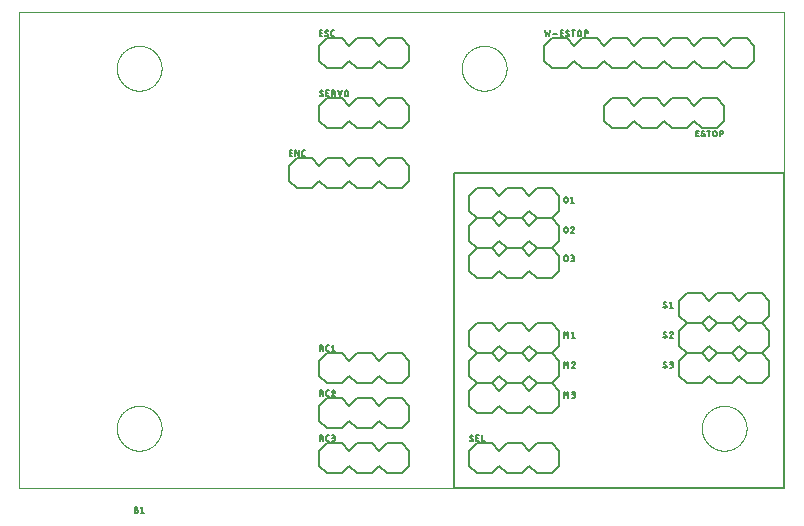
<source format=gto>
G75*
%MOIN*%
%OFA0B0*%
%FSLAX25Y25*%
%IPPOS*%
%LPD*%
%AMOC8*
5,1,8,0,0,1.08239X$1,22.5*
%
%ADD10C,0.00000*%
%ADD11C,0.00600*%
%ADD12C,0.00500*%
%ADD13C,0.00800*%
D10*
X0006300Y0010560D02*
X0006300Y0169261D01*
X0261221Y0169261D01*
X0261221Y0010560D01*
X0006300Y0010560D01*
X0038825Y0030560D02*
X0038827Y0030743D01*
X0038834Y0030927D01*
X0038845Y0031110D01*
X0038861Y0031293D01*
X0038881Y0031475D01*
X0038906Y0031657D01*
X0038935Y0031838D01*
X0038969Y0032018D01*
X0039007Y0032198D01*
X0039049Y0032376D01*
X0039096Y0032554D01*
X0039147Y0032730D01*
X0039202Y0032905D01*
X0039262Y0033078D01*
X0039326Y0033250D01*
X0039394Y0033421D01*
X0039466Y0033589D01*
X0039543Y0033756D01*
X0039623Y0033921D01*
X0039708Y0034084D01*
X0039796Y0034244D01*
X0039888Y0034403D01*
X0039985Y0034559D01*
X0040085Y0034713D01*
X0040189Y0034864D01*
X0040296Y0035013D01*
X0040407Y0035159D01*
X0040522Y0035302D01*
X0040640Y0035442D01*
X0040761Y0035580D01*
X0040886Y0035714D01*
X0041014Y0035846D01*
X0041146Y0035974D01*
X0041280Y0036099D01*
X0041418Y0036220D01*
X0041558Y0036338D01*
X0041701Y0036453D01*
X0041847Y0036564D01*
X0041996Y0036671D01*
X0042147Y0036775D01*
X0042301Y0036875D01*
X0042457Y0036972D01*
X0042616Y0037064D01*
X0042776Y0037152D01*
X0042939Y0037237D01*
X0043104Y0037317D01*
X0043271Y0037394D01*
X0043439Y0037466D01*
X0043610Y0037534D01*
X0043782Y0037598D01*
X0043955Y0037658D01*
X0044130Y0037713D01*
X0044306Y0037764D01*
X0044484Y0037811D01*
X0044662Y0037853D01*
X0044842Y0037891D01*
X0045022Y0037925D01*
X0045203Y0037954D01*
X0045385Y0037979D01*
X0045567Y0037999D01*
X0045750Y0038015D01*
X0045933Y0038026D01*
X0046117Y0038033D01*
X0046300Y0038035D01*
X0046483Y0038033D01*
X0046667Y0038026D01*
X0046850Y0038015D01*
X0047033Y0037999D01*
X0047215Y0037979D01*
X0047397Y0037954D01*
X0047578Y0037925D01*
X0047758Y0037891D01*
X0047938Y0037853D01*
X0048116Y0037811D01*
X0048294Y0037764D01*
X0048470Y0037713D01*
X0048645Y0037658D01*
X0048818Y0037598D01*
X0048990Y0037534D01*
X0049161Y0037466D01*
X0049329Y0037394D01*
X0049496Y0037317D01*
X0049661Y0037237D01*
X0049824Y0037152D01*
X0049984Y0037064D01*
X0050143Y0036972D01*
X0050299Y0036875D01*
X0050453Y0036775D01*
X0050604Y0036671D01*
X0050753Y0036564D01*
X0050899Y0036453D01*
X0051042Y0036338D01*
X0051182Y0036220D01*
X0051320Y0036099D01*
X0051454Y0035974D01*
X0051586Y0035846D01*
X0051714Y0035714D01*
X0051839Y0035580D01*
X0051960Y0035442D01*
X0052078Y0035302D01*
X0052193Y0035159D01*
X0052304Y0035013D01*
X0052411Y0034864D01*
X0052515Y0034713D01*
X0052615Y0034559D01*
X0052712Y0034403D01*
X0052804Y0034244D01*
X0052892Y0034084D01*
X0052977Y0033921D01*
X0053057Y0033756D01*
X0053134Y0033589D01*
X0053206Y0033421D01*
X0053274Y0033250D01*
X0053338Y0033078D01*
X0053398Y0032905D01*
X0053453Y0032730D01*
X0053504Y0032554D01*
X0053551Y0032376D01*
X0053593Y0032198D01*
X0053631Y0032018D01*
X0053665Y0031838D01*
X0053694Y0031657D01*
X0053719Y0031475D01*
X0053739Y0031293D01*
X0053755Y0031110D01*
X0053766Y0030927D01*
X0053773Y0030743D01*
X0053775Y0030560D01*
X0053773Y0030377D01*
X0053766Y0030193D01*
X0053755Y0030010D01*
X0053739Y0029827D01*
X0053719Y0029645D01*
X0053694Y0029463D01*
X0053665Y0029282D01*
X0053631Y0029102D01*
X0053593Y0028922D01*
X0053551Y0028744D01*
X0053504Y0028566D01*
X0053453Y0028390D01*
X0053398Y0028215D01*
X0053338Y0028042D01*
X0053274Y0027870D01*
X0053206Y0027699D01*
X0053134Y0027531D01*
X0053057Y0027364D01*
X0052977Y0027199D01*
X0052892Y0027036D01*
X0052804Y0026876D01*
X0052712Y0026717D01*
X0052615Y0026561D01*
X0052515Y0026407D01*
X0052411Y0026256D01*
X0052304Y0026107D01*
X0052193Y0025961D01*
X0052078Y0025818D01*
X0051960Y0025678D01*
X0051839Y0025540D01*
X0051714Y0025406D01*
X0051586Y0025274D01*
X0051454Y0025146D01*
X0051320Y0025021D01*
X0051182Y0024900D01*
X0051042Y0024782D01*
X0050899Y0024667D01*
X0050753Y0024556D01*
X0050604Y0024449D01*
X0050453Y0024345D01*
X0050299Y0024245D01*
X0050143Y0024148D01*
X0049984Y0024056D01*
X0049824Y0023968D01*
X0049661Y0023883D01*
X0049496Y0023803D01*
X0049329Y0023726D01*
X0049161Y0023654D01*
X0048990Y0023586D01*
X0048818Y0023522D01*
X0048645Y0023462D01*
X0048470Y0023407D01*
X0048294Y0023356D01*
X0048116Y0023309D01*
X0047938Y0023267D01*
X0047758Y0023229D01*
X0047578Y0023195D01*
X0047397Y0023166D01*
X0047215Y0023141D01*
X0047033Y0023121D01*
X0046850Y0023105D01*
X0046667Y0023094D01*
X0046483Y0023087D01*
X0046300Y0023085D01*
X0046117Y0023087D01*
X0045933Y0023094D01*
X0045750Y0023105D01*
X0045567Y0023121D01*
X0045385Y0023141D01*
X0045203Y0023166D01*
X0045022Y0023195D01*
X0044842Y0023229D01*
X0044662Y0023267D01*
X0044484Y0023309D01*
X0044306Y0023356D01*
X0044130Y0023407D01*
X0043955Y0023462D01*
X0043782Y0023522D01*
X0043610Y0023586D01*
X0043439Y0023654D01*
X0043271Y0023726D01*
X0043104Y0023803D01*
X0042939Y0023883D01*
X0042776Y0023968D01*
X0042616Y0024056D01*
X0042457Y0024148D01*
X0042301Y0024245D01*
X0042147Y0024345D01*
X0041996Y0024449D01*
X0041847Y0024556D01*
X0041701Y0024667D01*
X0041558Y0024782D01*
X0041418Y0024900D01*
X0041280Y0025021D01*
X0041146Y0025146D01*
X0041014Y0025274D01*
X0040886Y0025406D01*
X0040761Y0025540D01*
X0040640Y0025678D01*
X0040522Y0025818D01*
X0040407Y0025961D01*
X0040296Y0026107D01*
X0040189Y0026256D01*
X0040085Y0026407D01*
X0039985Y0026561D01*
X0039888Y0026717D01*
X0039796Y0026876D01*
X0039708Y0027036D01*
X0039623Y0027199D01*
X0039543Y0027364D01*
X0039466Y0027531D01*
X0039394Y0027699D01*
X0039326Y0027870D01*
X0039262Y0028042D01*
X0039202Y0028215D01*
X0039147Y0028390D01*
X0039096Y0028566D01*
X0039049Y0028744D01*
X0039007Y0028922D01*
X0038969Y0029102D01*
X0038935Y0029282D01*
X0038906Y0029463D01*
X0038881Y0029645D01*
X0038861Y0029827D01*
X0038845Y0030010D01*
X0038834Y0030193D01*
X0038827Y0030377D01*
X0038825Y0030560D01*
X0038825Y0150560D02*
X0038827Y0150743D01*
X0038834Y0150927D01*
X0038845Y0151110D01*
X0038861Y0151293D01*
X0038881Y0151475D01*
X0038906Y0151657D01*
X0038935Y0151838D01*
X0038969Y0152018D01*
X0039007Y0152198D01*
X0039049Y0152376D01*
X0039096Y0152554D01*
X0039147Y0152730D01*
X0039202Y0152905D01*
X0039262Y0153078D01*
X0039326Y0153250D01*
X0039394Y0153421D01*
X0039466Y0153589D01*
X0039543Y0153756D01*
X0039623Y0153921D01*
X0039708Y0154084D01*
X0039796Y0154244D01*
X0039888Y0154403D01*
X0039985Y0154559D01*
X0040085Y0154713D01*
X0040189Y0154864D01*
X0040296Y0155013D01*
X0040407Y0155159D01*
X0040522Y0155302D01*
X0040640Y0155442D01*
X0040761Y0155580D01*
X0040886Y0155714D01*
X0041014Y0155846D01*
X0041146Y0155974D01*
X0041280Y0156099D01*
X0041418Y0156220D01*
X0041558Y0156338D01*
X0041701Y0156453D01*
X0041847Y0156564D01*
X0041996Y0156671D01*
X0042147Y0156775D01*
X0042301Y0156875D01*
X0042457Y0156972D01*
X0042616Y0157064D01*
X0042776Y0157152D01*
X0042939Y0157237D01*
X0043104Y0157317D01*
X0043271Y0157394D01*
X0043439Y0157466D01*
X0043610Y0157534D01*
X0043782Y0157598D01*
X0043955Y0157658D01*
X0044130Y0157713D01*
X0044306Y0157764D01*
X0044484Y0157811D01*
X0044662Y0157853D01*
X0044842Y0157891D01*
X0045022Y0157925D01*
X0045203Y0157954D01*
X0045385Y0157979D01*
X0045567Y0157999D01*
X0045750Y0158015D01*
X0045933Y0158026D01*
X0046117Y0158033D01*
X0046300Y0158035D01*
X0046483Y0158033D01*
X0046667Y0158026D01*
X0046850Y0158015D01*
X0047033Y0157999D01*
X0047215Y0157979D01*
X0047397Y0157954D01*
X0047578Y0157925D01*
X0047758Y0157891D01*
X0047938Y0157853D01*
X0048116Y0157811D01*
X0048294Y0157764D01*
X0048470Y0157713D01*
X0048645Y0157658D01*
X0048818Y0157598D01*
X0048990Y0157534D01*
X0049161Y0157466D01*
X0049329Y0157394D01*
X0049496Y0157317D01*
X0049661Y0157237D01*
X0049824Y0157152D01*
X0049984Y0157064D01*
X0050143Y0156972D01*
X0050299Y0156875D01*
X0050453Y0156775D01*
X0050604Y0156671D01*
X0050753Y0156564D01*
X0050899Y0156453D01*
X0051042Y0156338D01*
X0051182Y0156220D01*
X0051320Y0156099D01*
X0051454Y0155974D01*
X0051586Y0155846D01*
X0051714Y0155714D01*
X0051839Y0155580D01*
X0051960Y0155442D01*
X0052078Y0155302D01*
X0052193Y0155159D01*
X0052304Y0155013D01*
X0052411Y0154864D01*
X0052515Y0154713D01*
X0052615Y0154559D01*
X0052712Y0154403D01*
X0052804Y0154244D01*
X0052892Y0154084D01*
X0052977Y0153921D01*
X0053057Y0153756D01*
X0053134Y0153589D01*
X0053206Y0153421D01*
X0053274Y0153250D01*
X0053338Y0153078D01*
X0053398Y0152905D01*
X0053453Y0152730D01*
X0053504Y0152554D01*
X0053551Y0152376D01*
X0053593Y0152198D01*
X0053631Y0152018D01*
X0053665Y0151838D01*
X0053694Y0151657D01*
X0053719Y0151475D01*
X0053739Y0151293D01*
X0053755Y0151110D01*
X0053766Y0150927D01*
X0053773Y0150743D01*
X0053775Y0150560D01*
X0053773Y0150377D01*
X0053766Y0150193D01*
X0053755Y0150010D01*
X0053739Y0149827D01*
X0053719Y0149645D01*
X0053694Y0149463D01*
X0053665Y0149282D01*
X0053631Y0149102D01*
X0053593Y0148922D01*
X0053551Y0148744D01*
X0053504Y0148566D01*
X0053453Y0148390D01*
X0053398Y0148215D01*
X0053338Y0148042D01*
X0053274Y0147870D01*
X0053206Y0147699D01*
X0053134Y0147531D01*
X0053057Y0147364D01*
X0052977Y0147199D01*
X0052892Y0147036D01*
X0052804Y0146876D01*
X0052712Y0146717D01*
X0052615Y0146561D01*
X0052515Y0146407D01*
X0052411Y0146256D01*
X0052304Y0146107D01*
X0052193Y0145961D01*
X0052078Y0145818D01*
X0051960Y0145678D01*
X0051839Y0145540D01*
X0051714Y0145406D01*
X0051586Y0145274D01*
X0051454Y0145146D01*
X0051320Y0145021D01*
X0051182Y0144900D01*
X0051042Y0144782D01*
X0050899Y0144667D01*
X0050753Y0144556D01*
X0050604Y0144449D01*
X0050453Y0144345D01*
X0050299Y0144245D01*
X0050143Y0144148D01*
X0049984Y0144056D01*
X0049824Y0143968D01*
X0049661Y0143883D01*
X0049496Y0143803D01*
X0049329Y0143726D01*
X0049161Y0143654D01*
X0048990Y0143586D01*
X0048818Y0143522D01*
X0048645Y0143462D01*
X0048470Y0143407D01*
X0048294Y0143356D01*
X0048116Y0143309D01*
X0047938Y0143267D01*
X0047758Y0143229D01*
X0047578Y0143195D01*
X0047397Y0143166D01*
X0047215Y0143141D01*
X0047033Y0143121D01*
X0046850Y0143105D01*
X0046667Y0143094D01*
X0046483Y0143087D01*
X0046300Y0143085D01*
X0046117Y0143087D01*
X0045933Y0143094D01*
X0045750Y0143105D01*
X0045567Y0143121D01*
X0045385Y0143141D01*
X0045203Y0143166D01*
X0045022Y0143195D01*
X0044842Y0143229D01*
X0044662Y0143267D01*
X0044484Y0143309D01*
X0044306Y0143356D01*
X0044130Y0143407D01*
X0043955Y0143462D01*
X0043782Y0143522D01*
X0043610Y0143586D01*
X0043439Y0143654D01*
X0043271Y0143726D01*
X0043104Y0143803D01*
X0042939Y0143883D01*
X0042776Y0143968D01*
X0042616Y0144056D01*
X0042457Y0144148D01*
X0042301Y0144245D01*
X0042147Y0144345D01*
X0041996Y0144449D01*
X0041847Y0144556D01*
X0041701Y0144667D01*
X0041558Y0144782D01*
X0041418Y0144900D01*
X0041280Y0145021D01*
X0041146Y0145146D01*
X0041014Y0145274D01*
X0040886Y0145406D01*
X0040761Y0145540D01*
X0040640Y0145678D01*
X0040522Y0145818D01*
X0040407Y0145961D01*
X0040296Y0146107D01*
X0040189Y0146256D01*
X0040085Y0146407D01*
X0039985Y0146561D01*
X0039888Y0146717D01*
X0039796Y0146876D01*
X0039708Y0147036D01*
X0039623Y0147199D01*
X0039543Y0147364D01*
X0039466Y0147531D01*
X0039394Y0147699D01*
X0039326Y0147870D01*
X0039262Y0148042D01*
X0039202Y0148215D01*
X0039147Y0148390D01*
X0039096Y0148566D01*
X0039049Y0148744D01*
X0039007Y0148922D01*
X0038969Y0149102D01*
X0038935Y0149282D01*
X0038906Y0149463D01*
X0038881Y0149645D01*
X0038861Y0149827D01*
X0038845Y0150010D01*
X0038834Y0150193D01*
X0038827Y0150377D01*
X0038825Y0150560D01*
X0153825Y0150560D02*
X0153827Y0150743D01*
X0153834Y0150927D01*
X0153845Y0151110D01*
X0153861Y0151293D01*
X0153881Y0151475D01*
X0153906Y0151657D01*
X0153935Y0151838D01*
X0153969Y0152018D01*
X0154007Y0152198D01*
X0154049Y0152376D01*
X0154096Y0152554D01*
X0154147Y0152730D01*
X0154202Y0152905D01*
X0154262Y0153078D01*
X0154326Y0153250D01*
X0154394Y0153421D01*
X0154466Y0153589D01*
X0154543Y0153756D01*
X0154623Y0153921D01*
X0154708Y0154084D01*
X0154796Y0154244D01*
X0154888Y0154403D01*
X0154985Y0154559D01*
X0155085Y0154713D01*
X0155189Y0154864D01*
X0155296Y0155013D01*
X0155407Y0155159D01*
X0155522Y0155302D01*
X0155640Y0155442D01*
X0155761Y0155580D01*
X0155886Y0155714D01*
X0156014Y0155846D01*
X0156146Y0155974D01*
X0156280Y0156099D01*
X0156418Y0156220D01*
X0156558Y0156338D01*
X0156701Y0156453D01*
X0156847Y0156564D01*
X0156996Y0156671D01*
X0157147Y0156775D01*
X0157301Y0156875D01*
X0157457Y0156972D01*
X0157616Y0157064D01*
X0157776Y0157152D01*
X0157939Y0157237D01*
X0158104Y0157317D01*
X0158271Y0157394D01*
X0158439Y0157466D01*
X0158610Y0157534D01*
X0158782Y0157598D01*
X0158955Y0157658D01*
X0159130Y0157713D01*
X0159306Y0157764D01*
X0159484Y0157811D01*
X0159662Y0157853D01*
X0159842Y0157891D01*
X0160022Y0157925D01*
X0160203Y0157954D01*
X0160385Y0157979D01*
X0160567Y0157999D01*
X0160750Y0158015D01*
X0160933Y0158026D01*
X0161117Y0158033D01*
X0161300Y0158035D01*
X0161483Y0158033D01*
X0161667Y0158026D01*
X0161850Y0158015D01*
X0162033Y0157999D01*
X0162215Y0157979D01*
X0162397Y0157954D01*
X0162578Y0157925D01*
X0162758Y0157891D01*
X0162938Y0157853D01*
X0163116Y0157811D01*
X0163294Y0157764D01*
X0163470Y0157713D01*
X0163645Y0157658D01*
X0163818Y0157598D01*
X0163990Y0157534D01*
X0164161Y0157466D01*
X0164329Y0157394D01*
X0164496Y0157317D01*
X0164661Y0157237D01*
X0164824Y0157152D01*
X0164984Y0157064D01*
X0165143Y0156972D01*
X0165299Y0156875D01*
X0165453Y0156775D01*
X0165604Y0156671D01*
X0165753Y0156564D01*
X0165899Y0156453D01*
X0166042Y0156338D01*
X0166182Y0156220D01*
X0166320Y0156099D01*
X0166454Y0155974D01*
X0166586Y0155846D01*
X0166714Y0155714D01*
X0166839Y0155580D01*
X0166960Y0155442D01*
X0167078Y0155302D01*
X0167193Y0155159D01*
X0167304Y0155013D01*
X0167411Y0154864D01*
X0167515Y0154713D01*
X0167615Y0154559D01*
X0167712Y0154403D01*
X0167804Y0154244D01*
X0167892Y0154084D01*
X0167977Y0153921D01*
X0168057Y0153756D01*
X0168134Y0153589D01*
X0168206Y0153421D01*
X0168274Y0153250D01*
X0168338Y0153078D01*
X0168398Y0152905D01*
X0168453Y0152730D01*
X0168504Y0152554D01*
X0168551Y0152376D01*
X0168593Y0152198D01*
X0168631Y0152018D01*
X0168665Y0151838D01*
X0168694Y0151657D01*
X0168719Y0151475D01*
X0168739Y0151293D01*
X0168755Y0151110D01*
X0168766Y0150927D01*
X0168773Y0150743D01*
X0168775Y0150560D01*
X0168773Y0150377D01*
X0168766Y0150193D01*
X0168755Y0150010D01*
X0168739Y0149827D01*
X0168719Y0149645D01*
X0168694Y0149463D01*
X0168665Y0149282D01*
X0168631Y0149102D01*
X0168593Y0148922D01*
X0168551Y0148744D01*
X0168504Y0148566D01*
X0168453Y0148390D01*
X0168398Y0148215D01*
X0168338Y0148042D01*
X0168274Y0147870D01*
X0168206Y0147699D01*
X0168134Y0147531D01*
X0168057Y0147364D01*
X0167977Y0147199D01*
X0167892Y0147036D01*
X0167804Y0146876D01*
X0167712Y0146717D01*
X0167615Y0146561D01*
X0167515Y0146407D01*
X0167411Y0146256D01*
X0167304Y0146107D01*
X0167193Y0145961D01*
X0167078Y0145818D01*
X0166960Y0145678D01*
X0166839Y0145540D01*
X0166714Y0145406D01*
X0166586Y0145274D01*
X0166454Y0145146D01*
X0166320Y0145021D01*
X0166182Y0144900D01*
X0166042Y0144782D01*
X0165899Y0144667D01*
X0165753Y0144556D01*
X0165604Y0144449D01*
X0165453Y0144345D01*
X0165299Y0144245D01*
X0165143Y0144148D01*
X0164984Y0144056D01*
X0164824Y0143968D01*
X0164661Y0143883D01*
X0164496Y0143803D01*
X0164329Y0143726D01*
X0164161Y0143654D01*
X0163990Y0143586D01*
X0163818Y0143522D01*
X0163645Y0143462D01*
X0163470Y0143407D01*
X0163294Y0143356D01*
X0163116Y0143309D01*
X0162938Y0143267D01*
X0162758Y0143229D01*
X0162578Y0143195D01*
X0162397Y0143166D01*
X0162215Y0143141D01*
X0162033Y0143121D01*
X0161850Y0143105D01*
X0161667Y0143094D01*
X0161483Y0143087D01*
X0161300Y0143085D01*
X0161117Y0143087D01*
X0160933Y0143094D01*
X0160750Y0143105D01*
X0160567Y0143121D01*
X0160385Y0143141D01*
X0160203Y0143166D01*
X0160022Y0143195D01*
X0159842Y0143229D01*
X0159662Y0143267D01*
X0159484Y0143309D01*
X0159306Y0143356D01*
X0159130Y0143407D01*
X0158955Y0143462D01*
X0158782Y0143522D01*
X0158610Y0143586D01*
X0158439Y0143654D01*
X0158271Y0143726D01*
X0158104Y0143803D01*
X0157939Y0143883D01*
X0157776Y0143968D01*
X0157616Y0144056D01*
X0157457Y0144148D01*
X0157301Y0144245D01*
X0157147Y0144345D01*
X0156996Y0144449D01*
X0156847Y0144556D01*
X0156701Y0144667D01*
X0156558Y0144782D01*
X0156418Y0144900D01*
X0156280Y0145021D01*
X0156146Y0145146D01*
X0156014Y0145274D01*
X0155886Y0145406D01*
X0155761Y0145540D01*
X0155640Y0145678D01*
X0155522Y0145818D01*
X0155407Y0145961D01*
X0155296Y0146107D01*
X0155189Y0146256D01*
X0155085Y0146407D01*
X0154985Y0146561D01*
X0154888Y0146717D01*
X0154796Y0146876D01*
X0154708Y0147036D01*
X0154623Y0147199D01*
X0154543Y0147364D01*
X0154466Y0147531D01*
X0154394Y0147699D01*
X0154326Y0147870D01*
X0154262Y0148042D01*
X0154202Y0148215D01*
X0154147Y0148390D01*
X0154096Y0148566D01*
X0154049Y0148744D01*
X0154007Y0148922D01*
X0153969Y0149102D01*
X0153935Y0149282D01*
X0153906Y0149463D01*
X0153881Y0149645D01*
X0153861Y0149827D01*
X0153845Y0150010D01*
X0153834Y0150193D01*
X0153827Y0150377D01*
X0153825Y0150560D01*
X0233825Y0030560D02*
X0233827Y0030743D01*
X0233834Y0030927D01*
X0233845Y0031110D01*
X0233861Y0031293D01*
X0233881Y0031475D01*
X0233906Y0031657D01*
X0233935Y0031838D01*
X0233969Y0032018D01*
X0234007Y0032198D01*
X0234049Y0032376D01*
X0234096Y0032554D01*
X0234147Y0032730D01*
X0234202Y0032905D01*
X0234262Y0033078D01*
X0234326Y0033250D01*
X0234394Y0033421D01*
X0234466Y0033589D01*
X0234543Y0033756D01*
X0234623Y0033921D01*
X0234708Y0034084D01*
X0234796Y0034244D01*
X0234888Y0034403D01*
X0234985Y0034559D01*
X0235085Y0034713D01*
X0235189Y0034864D01*
X0235296Y0035013D01*
X0235407Y0035159D01*
X0235522Y0035302D01*
X0235640Y0035442D01*
X0235761Y0035580D01*
X0235886Y0035714D01*
X0236014Y0035846D01*
X0236146Y0035974D01*
X0236280Y0036099D01*
X0236418Y0036220D01*
X0236558Y0036338D01*
X0236701Y0036453D01*
X0236847Y0036564D01*
X0236996Y0036671D01*
X0237147Y0036775D01*
X0237301Y0036875D01*
X0237457Y0036972D01*
X0237616Y0037064D01*
X0237776Y0037152D01*
X0237939Y0037237D01*
X0238104Y0037317D01*
X0238271Y0037394D01*
X0238439Y0037466D01*
X0238610Y0037534D01*
X0238782Y0037598D01*
X0238955Y0037658D01*
X0239130Y0037713D01*
X0239306Y0037764D01*
X0239484Y0037811D01*
X0239662Y0037853D01*
X0239842Y0037891D01*
X0240022Y0037925D01*
X0240203Y0037954D01*
X0240385Y0037979D01*
X0240567Y0037999D01*
X0240750Y0038015D01*
X0240933Y0038026D01*
X0241117Y0038033D01*
X0241300Y0038035D01*
X0241483Y0038033D01*
X0241667Y0038026D01*
X0241850Y0038015D01*
X0242033Y0037999D01*
X0242215Y0037979D01*
X0242397Y0037954D01*
X0242578Y0037925D01*
X0242758Y0037891D01*
X0242938Y0037853D01*
X0243116Y0037811D01*
X0243294Y0037764D01*
X0243470Y0037713D01*
X0243645Y0037658D01*
X0243818Y0037598D01*
X0243990Y0037534D01*
X0244161Y0037466D01*
X0244329Y0037394D01*
X0244496Y0037317D01*
X0244661Y0037237D01*
X0244824Y0037152D01*
X0244984Y0037064D01*
X0245143Y0036972D01*
X0245299Y0036875D01*
X0245453Y0036775D01*
X0245604Y0036671D01*
X0245753Y0036564D01*
X0245899Y0036453D01*
X0246042Y0036338D01*
X0246182Y0036220D01*
X0246320Y0036099D01*
X0246454Y0035974D01*
X0246586Y0035846D01*
X0246714Y0035714D01*
X0246839Y0035580D01*
X0246960Y0035442D01*
X0247078Y0035302D01*
X0247193Y0035159D01*
X0247304Y0035013D01*
X0247411Y0034864D01*
X0247515Y0034713D01*
X0247615Y0034559D01*
X0247712Y0034403D01*
X0247804Y0034244D01*
X0247892Y0034084D01*
X0247977Y0033921D01*
X0248057Y0033756D01*
X0248134Y0033589D01*
X0248206Y0033421D01*
X0248274Y0033250D01*
X0248338Y0033078D01*
X0248398Y0032905D01*
X0248453Y0032730D01*
X0248504Y0032554D01*
X0248551Y0032376D01*
X0248593Y0032198D01*
X0248631Y0032018D01*
X0248665Y0031838D01*
X0248694Y0031657D01*
X0248719Y0031475D01*
X0248739Y0031293D01*
X0248755Y0031110D01*
X0248766Y0030927D01*
X0248773Y0030743D01*
X0248775Y0030560D01*
X0248773Y0030377D01*
X0248766Y0030193D01*
X0248755Y0030010D01*
X0248739Y0029827D01*
X0248719Y0029645D01*
X0248694Y0029463D01*
X0248665Y0029282D01*
X0248631Y0029102D01*
X0248593Y0028922D01*
X0248551Y0028744D01*
X0248504Y0028566D01*
X0248453Y0028390D01*
X0248398Y0028215D01*
X0248338Y0028042D01*
X0248274Y0027870D01*
X0248206Y0027699D01*
X0248134Y0027531D01*
X0248057Y0027364D01*
X0247977Y0027199D01*
X0247892Y0027036D01*
X0247804Y0026876D01*
X0247712Y0026717D01*
X0247615Y0026561D01*
X0247515Y0026407D01*
X0247411Y0026256D01*
X0247304Y0026107D01*
X0247193Y0025961D01*
X0247078Y0025818D01*
X0246960Y0025678D01*
X0246839Y0025540D01*
X0246714Y0025406D01*
X0246586Y0025274D01*
X0246454Y0025146D01*
X0246320Y0025021D01*
X0246182Y0024900D01*
X0246042Y0024782D01*
X0245899Y0024667D01*
X0245753Y0024556D01*
X0245604Y0024449D01*
X0245453Y0024345D01*
X0245299Y0024245D01*
X0245143Y0024148D01*
X0244984Y0024056D01*
X0244824Y0023968D01*
X0244661Y0023883D01*
X0244496Y0023803D01*
X0244329Y0023726D01*
X0244161Y0023654D01*
X0243990Y0023586D01*
X0243818Y0023522D01*
X0243645Y0023462D01*
X0243470Y0023407D01*
X0243294Y0023356D01*
X0243116Y0023309D01*
X0242938Y0023267D01*
X0242758Y0023229D01*
X0242578Y0023195D01*
X0242397Y0023166D01*
X0242215Y0023141D01*
X0242033Y0023121D01*
X0241850Y0023105D01*
X0241667Y0023094D01*
X0241483Y0023087D01*
X0241300Y0023085D01*
X0241117Y0023087D01*
X0240933Y0023094D01*
X0240750Y0023105D01*
X0240567Y0023121D01*
X0240385Y0023141D01*
X0240203Y0023166D01*
X0240022Y0023195D01*
X0239842Y0023229D01*
X0239662Y0023267D01*
X0239484Y0023309D01*
X0239306Y0023356D01*
X0239130Y0023407D01*
X0238955Y0023462D01*
X0238782Y0023522D01*
X0238610Y0023586D01*
X0238439Y0023654D01*
X0238271Y0023726D01*
X0238104Y0023803D01*
X0237939Y0023883D01*
X0237776Y0023968D01*
X0237616Y0024056D01*
X0237457Y0024148D01*
X0237301Y0024245D01*
X0237147Y0024345D01*
X0236996Y0024449D01*
X0236847Y0024556D01*
X0236701Y0024667D01*
X0236558Y0024782D01*
X0236418Y0024900D01*
X0236280Y0025021D01*
X0236146Y0025146D01*
X0236014Y0025274D01*
X0235886Y0025406D01*
X0235761Y0025540D01*
X0235640Y0025678D01*
X0235522Y0025818D01*
X0235407Y0025961D01*
X0235296Y0026107D01*
X0235189Y0026256D01*
X0235085Y0026407D01*
X0234985Y0026561D01*
X0234888Y0026717D01*
X0234796Y0026876D01*
X0234708Y0027036D01*
X0234623Y0027199D01*
X0234543Y0027364D01*
X0234466Y0027531D01*
X0234394Y0027699D01*
X0234326Y0027870D01*
X0234262Y0028042D01*
X0234202Y0028215D01*
X0234147Y0028390D01*
X0234096Y0028566D01*
X0234049Y0028744D01*
X0234007Y0028922D01*
X0233969Y0029102D01*
X0233935Y0029282D01*
X0233906Y0029463D01*
X0233881Y0029645D01*
X0233861Y0029827D01*
X0233845Y0030010D01*
X0233834Y0030193D01*
X0233827Y0030377D01*
X0233825Y0030560D01*
D11*
X0261300Y0010560D02*
X0151300Y0010560D01*
X0151300Y0115560D01*
X0261300Y0115560D01*
X0261300Y0010560D01*
D12*
X0223666Y0050810D02*
X0223138Y0050810D01*
X0223666Y0050810D02*
X0223711Y0050812D01*
X0223755Y0050818D01*
X0223799Y0050827D01*
X0223842Y0050840D01*
X0223883Y0050857D01*
X0223924Y0050877D01*
X0223962Y0050901D01*
X0223998Y0050927D01*
X0224031Y0050957D01*
X0224062Y0050989D01*
X0224091Y0051024D01*
X0224116Y0051061D01*
X0224137Y0051100D01*
X0224156Y0051141D01*
X0224171Y0051183D01*
X0224182Y0051227D01*
X0224190Y0051271D01*
X0224194Y0051316D01*
X0224194Y0051360D01*
X0224190Y0051405D01*
X0224182Y0051449D01*
X0224171Y0051493D01*
X0224156Y0051535D01*
X0224137Y0051576D01*
X0224116Y0051615D01*
X0224091Y0051652D01*
X0224062Y0051687D01*
X0224031Y0051719D01*
X0223998Y0051749D01*
X0223962Y0051775D01*
X0223924Y0051799D01*
X0223883Y0051819D01*
X0223842Y0051836D01*
X0223799Y0051849D01*
X0223755Y0051858D01*
X0223711Y0051864D01*
X0223666Y0051866D01*
X0223771Y0051866D02*
X0223349Y0051866D01*
X0223771Y0051866D02*
X0223811Y0051868D01*
X0223851Y0051874D01*
X0223890Y0051883D01*
X0223928Y0051896D01*
X0223964Y0051913D01*
X0223999Y0051933D01*
X0224032Y0051956D01*
X0224062Y0051983D01*
X0224090Y0052012D01*
X0224115Y0052043D01*
X0224136Y0052077D01*
X0224155Y0052113D01*
X0224170Y0052150D01*
X0224181Y0052189D01*
X0224189Y0052228D01*
X0224193Y0052268D01*
X0224193Y0052308D01*
X0224189Y0052348D01*
X0224181Y0052387D01*
X0224170Y0052426D01*
X0224155Y0052463D01*
X0224136Y0052499D01*
X0224115Y0052533D01*
X0224090Y0052564D01*
X0224062Y0052593D01*
X0224032Y0052620D01*
X0223999Y0052643D01*
X0223964Y0052663D01*
X0223928Y0052680D01*
X0223890Y0052693D01*
X0223851Y0052702D01*
X0223811Y0052708D01*
X0223771Y0052710D01*
X0223138Y0052710D01*
X0221314Y0051918D02*
X0221280Y0051941D01*
X0221249Y0051966D01*
X0221220Y0051994D01*
X0221193Y0052025D01*
X0221170Y0052058D01*
X0221150Y0052093D01*
X0221133Y0052130D01*
X0221120Y0052168D01*
X0221111Y0052207D01*
X0221105Y0052248D01*
X0221103Y0052288D01*
X0221105Y0052327D01*
X0221110Y0052366D01*
X0221119Y0052403D01*
X0221131Y0052440D01*
X0221147Y0052476D01*
X0221166Y0052510D01*
X0221188Y0052542D01*
X0221213Y0052572D01*
X0221241Y0052600D01*
X0221271Y0052625D01*
X0221303Y0052647D01*
X0221337Y0052666D01*
X0221373Y0052682D01*
X0221410Y0052694D01*
X0221447Y0052703D01*
X0221486Y0052708D01*
X0221525Y0052710D01*
X0221576Y0052708D01*
X0221627Y0052703D01*
X0221677Y0052695D01*
X0221727Y0052684D01*
X0221775Y0052669D01*
X0221823Y0052652D01*
X0221870Y0052631D01*
X0221915Y0052607D01*
X0221958Y0052581D01*
X0222000Y0052552D01*
X0221050Y0051074D02*
X0221092Y0051034D01*
X0221138Y0050996D01*
X0221185Y0050962D01*
X0221235Y0050931D01*
X0221287Y0050903D01*
X0221340Y0050879D01*
X0221395Y0050858D01*
X0221451Y0050841D01*
X0221508Y0050827D01*
X0221566Y0050818D01*
X0221624Y0050812D01*
X0221683Y0050810D01*
X0221722Y0050812D01*
X0221761Y0050817D01*
X0221798Y0050826D01*
X0221835Y0050838D01*
X0221871Y0050854D01*
X0221905Y0050873D01*
X0221937Y0050895D01*
X0221967Y0050920D01*
X0221995Y0050948D01*
X0222020Y0050978D01*
X0222042Y0051010D01*
X0222061Y0051044D01*
X0222077Y0051080D01*
X0222089Y0051117D01*
X0222098Y0051154D01*
X0222103Y0051193D01*
X0222105Y0051232D01*
X0221894Y0051602D02*
X0221314Y0051918D01*
X0221895Y0051602D02*
X0221929Y0051579D01*
X0221960Y0051554D01*
X0221989Y0051526D01*
X0222016Y0051495D01*
X0222039Y0051462D01*
X0222059Y0051427D01*
X0222076Y0051390D01*
X0222089Y0051352D01*
X0222098Y0051313D01*
X0222104Y0051272D01*
X0222106Y0051232D01*
X0223138Y0060810D02*
X0224194Y0060810D01*
X0223138Y0060810D02*
X0224035Y0061866D01*
X0223719Y0062710D02*
X0223671Y0062708D01*
X0223624Y0062702D01*
X0223576Y0062693D01*
X0223530Y0062680D01*
X0223485Y0062663D01*
X0223442Y0062643D01*
X0223400Y0062620D01*
X0223360Y0062593D01*
X0223323Y0062564D01*
X0223287Y0062531D01*
X0223255Y0062496D01*
X0223225Y0062458D01*
X0223199Y0062418D01*
X0223175Y0062376D01*
X0223155Y0062333D01*
X0223139Y0062288D01*
X0224035Y0061866D02*
X0224063Y0061895D01*
X0224090Y0061927D01*
X0224113Y0061961D01*
X0224134Y0061997D01*
X0224152Y0062034D01*
X0224166Y0062073D01*
X0224178Y0062112D01*
X0224186Y0062153D01*
X0224191Y0062194D01*
X0224193Y0062235D01*
X0224194Y0062235D02*
X0224192Y0062276D01*
X0224187Y0062317D01*
X0224178Y0062358D01*
X0224165Y0062397D01*
X0224149Y0062436D01*
X0224130Y0062473D01*
X0224108Y0062507D01*
X0224083Y0062540D01*
X0224055Y0062571D01*
X0224024Y0062599D01*
X0223991Y0062624D01*
X0223957Y0062646D01*
X0223920Y0062665D01*
X0223881Y0062681D01*
X0223842Y0062694D01*
X0223801Y0062703D01*
X0223760Y0062708D01*
X0223719Y0062710D01*
X0221894Y0061602D02*
X0221314Y0061918D01*
X0221525Y0062710D02*
X0221576Y0062708D01*
X0221627Y0062703D01*
X0221677Y0062695D01*
X0221727Y0062684D01*
X0221775Y0062669D01*
X0221823Y0062652D01*
X0221870Y0062631D01*
X0221915Y0062607D01*
X0221958Y0062581D01*
X0222000Y0062552D01*
X0221314Y0061918D02*
X0221280Y0061941D01*
X0221249Y0061966D01*
X0221220Y0061994D01*
X0221193Y0062025D01*
X0221170Y0062058D01*
X0221150Y0062093D01*
X0221133Y0062130D01*
X0221120Y0062168D01*
X0221111Y0062207D01*
X0221105Y0062248D01*
X0221103Y0062288D01*
X0221105Y0062327D01*
X0221110Y0062366D01*
X0221119Y0062403D01*
X0221131Y0062440D01*
X0221147Y0062476D01*
X0221166Y0062510D01*
X0221188Y0062542D01*
X0221213Y0062572D01*
X0221241Y0062600D01*
X0221271Y0062625D01*
X0221303Y0062647D01*
X0221337Y0062666D01*
X0221373Y0062682D01*
X0221410Y0062694D01*
X0221447Y0062703D01*
X0221486Y0062708D01*
X0221525Y0062710D01*
X0221050Y0061074D02*
X0221092Y0061034D01*
X0221138Y0060996D01*
X0221185Y0060962D01*
X0221235Y0060931D01*
X0221287Y0060903D01*
X0221340Y0060879D01*
X0221395Y0060858D01*
X0221451Y0060841D01*
X0221508Y0060827D01*
X0221566Y0060818D01*
X0221624Y0060812D01*
X0221683Y0060810D01*
X0221722Y0060812D01*
X0221761Y0060817D01*
X0221798Y0060826D01*
X0221835Y0060838D01*
X0221871Y0060854D01*
X0221905Y0060873D01*
X0221937Y0060895D01*
X0221967Y0060920D01*
X0221995Y0060948D01*
X0222020Y0060978D01*
X0222042Y0061010D01*
X0222061Y0061044D01*
X0222077Y0061080D01*
X0222089Y0061117D01*
X0222098Y0061154D01*
X0222103Y0061193D01*
X0222105Y0061232D01*
X0222106Y0061232D02*
X0222104Y0061272D01*
X0222098Y0061313D01*
X0222089Y0061352D01*
X0222076Y0061390D01*
X0222059Y0061427D01*
X0222039Y0061462D01*
X0222016Y0061495D01*
X0221989Y0061526D01*
X0221960Y0061554D01*
X0221929Y0061579D01*
X0221895Y0061602D01*
X0223138Y0070810D02*
X0224194Y0070810D01*
X0223666Y0070810D02*
X0223666Y0072710D01*
X0223138Y0072288D01*
X0221894Y0071602D02*
X0221314Y0071918D01*
X0221525Y0072710D02*
X0221576Y0072708D01*
X0221627Y0072703D01*
X0221677Y0072695D01*
X0221727Y0072684D01*
X0221775Y0072669D01*
X0221823Y0072652D01*
X0221870Y0072631D01*
X0221915Y0072607D01*
X0221958Y0072581D01*
X0222000Y0072552D01*
X0221314Y0071918D02*
X0221280Y0071941D01*
X0221249Y0071966D01*
X0221220Y0071994D01*
X0221193Y0072025D01*
X0221170Y0072058D01*
X0221150Y0072093D01*
X0221133Y0072130D01*
X0221120Y0072168D01*
X0221111Y0072207D01*
X0221105Y0072248D01*
X0221103Y0072288D01*
X0221105Y0072327D01*
X0221110Y0072366D01*
X0221119Y0072403D01*
X0221131Y0072440D01*
X0221147Y0072476D01*
X0221166Y0072510D01*
X0221188Y0072542D01*
X0221213Y0072572D01*
X0221241Y0072600D01*
X0221271Y0072625D01*
X0221303Y0072647D01*
X0221337Y0072666D01*
X0221373Y0072682D01*
X0221410Y0072694D01*
X0221447Y0072703D01*
X0221486Y0072708D01*
X0221525Y0072710D01*
X0221050Y0071074D02*
X0221092Y0071034D01*
X0221138Y0070996D01*
X0221185Y0070962D01*
X0221235Y0070931D01*
X0221287Y0070903D01*
X0221340Y0070879D01*
X0221395Y0070858D01*
X0221451Y0070841D01*
X0221508Y0070827D01*
X0221566Y0070818D01*
X0221624Y0070812D01*
X0221683Y0070810D01*
X0221722Y0070812D01*
X0221761Y0070817D01*
X0221798Y0070826D01*
X0221835Y0070838D01*
X0221871Y0070854D01*
X0221905Y0070873D01*
X0221937Y0070895D01*
X0221967Y0070920D01*
X0221995Y0070948D01*
X0222020Y0070978D01*
X0222042Y0071010D01*
X0222061Y0071044D01*
X0222077Y0071080D01*
X0222089Y0071117D01*
X0222098Y0071154D01*
X0222103Y0071193D01*
X0222105Y0071232D01*
X0222106Y0071232D02*
X0222104Y0071272D01*
X0222098Y0071313D01*
X0222089Y0071352D01*
X0222076Y0071390D01*
X0222059Y0071427D01*
X0222039Y0071462D01*
X0222016Y0071495D01*
X0221989Y0071526D01*
X0221960Y0071554D01*
X0221929Y0071579D01*
X0221895Y0071602D01*
X0191059Y0062710D02*
X0191059Y0060810D01*
X0190532Y0060810D02*
X0191587Y0060810D01*
X0190532Y0062288D02*
X0191059Y0062710D01*
X0189317Y0062710D02*
X0189317Y0060810D01*
X0188683Y0061654D02*
X0189317Y0062710D01*
X0188683Y0061654D02*
X0188050Y0062710D01*
X0188050Y0060810D01*
X0188050Y0052710D02*
X0188683Y0051654D01*
X0189317Y0052710D01*
X0189317Y0050810D01*
X0190532Y0050810D02*
X0191429Y0051866D01*
X0191112Y0052710D02*
X0191064Y0052708D01*
X0191017Y0052702D01*
X0190969Y0052693D01*
X0190923Y0052680D01*
X0190878Y0052663D01*
X0190835Y0052643D01*
X0190793Y0052620D01*
X0190753Y0052593D01*
X0190716Y0052564D01*
X0190680Y0052531D01*
X0190648Y0052496D01*
X0190618Y0052458D01*
X0190592Y0052418D01*
X0190568Y0052376D01*
X0190548Y0052333D01*
X0190532Y0052288D01*
X0191429Y0051866D02*
X0191457Y0051895D01*
X0191484Y0051927D01*
X0191507Y0051961D01*
X0191528Y0051997D01*
X0191546Y0052034D01*
X0191560Y0052073D01*
X0191572Y0052112D01*
X0191580Y0052153D01*
X0191585Y0052194D01*
X0191587Y0052235D01*
X0191585Y0052276D01*
X0191580Y0052317D01*
X0191571Y0052358D01*
X0191558Y0052397D01*
X0191542Y0052436D01*
X0191523Y0052473D01*
X0191501Y0052507D01*
X0191476Y0052540D01*
X0191448Y0052571D01*
X0191417Y0052599D01*
X0191384Y0052624D01*
X0191350Y0052646D01*
X0191313Y0052665D01*
X0191274Y0052681D01*
X0191235Y0052694D01*
X0191194Y0052703D01*
X0191153Y0052708D01*
X0191112Y0052710D01*
X0191587Y0050810D02*
X0190532Y0050810D01*
X0188050Y0050810D02*
X0188050Y0052710D01*
X0188050Y0042710D02*
X0188683Y0041654D01*
X0189317Y0042710D01*
X0189317Y0040810D01*
X0190532Y0040810D02*
X0191059Y0040810D01*
X0191104Y0040812D01*
X0191148Y0040818D01*
X0191192Y0040827D01*
X0191235Y0040840D01*
X0191276Y0040857D01*
X0191317Y0040877D01*
X0191355Y0040901D01*
X0191391Y0040927D01*
X0191424Y0040957D01*
X0191455Y0040989D01*
X0191484Y0041024D01*
X0191509Y0041061D01*
X0191530Y0041100D01*
X0191549Y0041141D01*
X0191564Y0041183D01*
X0191575Y0041227D01*
X0191583Y0041271D01*
X0191587Y0041316D01*
X0191587Y0041360D01*
X0191583Y0041405D01*
X0191575Y0041449D01*
X0191564Y0041493D01*
X0191549Y0041535D01*
X0191530Y0041576D01*
X0191509Y0041615D01*
X0191484Y0041652D01*
X0191455Y0041687D01*
X0191424Y0041719D01*
X0191391Y0041749D01*
X0191355Y0041775D01*
X0191317Y0041799D01*
X0191276Y0041819D01*
X0191235Y0041836D01*
X0191192Y0041849D01*
X0191148Y0041858D01*
X0191104Y0041864D01*
X0191059Y0041866D01*
X0191165Y0041866D02*
X0190743Y0041866D01*
X0191165Y0041866D02*
X0191205Y0041868D01*
X0191245Y0041874D01*
X0191284Y0041883D01*
X0191322Y0041896D01*
X0191358Y0041913D01*
X0191393Y0041933D01*
X0191426Y0041956D01*
X0191456Y0041983D01*
X0191484Y0042012D01*
X0191509Y0042043D01*
X0191530Y0042077D01*
X0191549Y0042113D01*
X0191564Y0042150D01*
X0191575Y0042189D01*
X0191583Y0042228D01*
X0191587Y0042268D01*
X0191587Y0042308D01*
X0191583Y0042348D01*
X0191575Y0042387D01*
X0191564Y0042426D01*
X0191549Y0042463D01*
X0191530Y0042499D01*
X0191509Y0042533D01*
X0191484Y0042564D01*
X0191456Y0042593D01*
X0191426Y0042620D01*
X0191393Y0042643D01*
X0191358Y0042663D01*
X0191322Y0042680D01*
X0191284Y0042693D01*
X0191245Y0042702D01*
X0191205Y0042708D01*
X0191165Y0042710D01*
X0190532Y0042710D01*
X0188050Y0042710D02*
X0188050Y0040810D01*
X0160590Y0028210D02*
X0160590Y0026310D01*
X0161434Y0026310D01*
X0159562Y0026310D02*
X0158718Y0026310D01*
X0158718Y0028210D01*
X0159562Y0028210D01*
X0159351Y0027366D02*
X0158718Y0027366D01*
X0157394Y0027102D02*
X0156814Y0027418D01*
X0157025Y0028210D02*
X0157076Y0028208D01*
X0157127Y0028203D01*
X0157177Y0028195D01*
X0157227Y0028184D01*
X0157275Y0028169D01*
X0157323Y0028152D01*
X0157370Y0028131D01*
X0157415Y0028107D01*
X0157458Y0028081D01*
X0157500Y0028052D01*
X0156814Y0027418D02*
X0156780Y0027441D01*
X0156749Y0027466D01*
X0156720Y0027494D01*
X0156693Y0027525D01*
X0156670Y0027558D01*
X0156650Y0027593D01*
X0156633Y0027630D01*
X0156620Y0027668D01*
X0156611Y0027707D01*
X0156605Y0027748D01*
X0156603Y0027788D01*
X0156605Y0027827D01*
X0156610Y0027866D01*
X0156619Y0027903D01*
X0156631Y0027940D01*
X0156647Y0027976D01*
X0156666Y0028010D01*
X0156688Y0028042D01*
X0156713Y0028072D01*
X0156741Y0028100D01*
X0156771Y0028125D01*
X0156803Y0028147D01*
X0156837Y0028166D01*
X0156873Y0028182D01*
X0156910Y0028194D01*
X0156947Y0028203D01*
X0156986Y0028208D01*
X0157025Y0028210D01*
X0156550Y0026574D02*
X0156592Y0026534D01*
X0156638Y0026496D01*
X0156685Y0026462D01*
X0156735Y0026431D01*
X0156787Y0026403D01*
X0156840Y0026379D01*
X0156895Y0026358D01*
X0156951Y0026341D01*
X0157008Y0026327D01*
X0157066Y0026318D01*
X0157124Y0026312D01*
X0157183Y0026310D01*
X0157222Y0026312D01*
X0157261Y0026317D01*
X0157298Y0026326D01*
X0157335Y0026338D01*
X0157371Y0026354D01*
X0157405Y0026373D01*
X0157437Y0026395D01*
X0157467Y0026420D01*
X0157495Y0026448D01*
X0157520Y0026478D01*
X0157542Y0026510D01*
X0157561Y0026544D01*
X0157577Y0026580D01*
X0157589Y0026617D01*
X0157598Y0026654D01*
X0157603Y0026693D01*
X0157605Y0026732D01*
X0157606Y0026732D02*
X0157604Y0026772D01*
X0157598Y0026813D01*
X0157589Y0026852D01*
X0157576Y0026890D01*
X0157559Y0026927D01*
X0157539Y0026962D01*
X0157516Y0026995D01*
X0157489Y0027026D01*
X0157460Y0027054D01*
X0157429Y0027079D01*
X0157395Y0027102D01*
X0111118Y0027366D02*
X0110696Y0027366D01*
X0111118Y0027366D02*
X0111158Y0027368D01*
X0111198Y0027374D01*
X0111237Y0027383D01*
X0111275Y0027396D01*
X0111311Y0027413D01*
X0111346Y0027433D01*
X0111379Y0027456D01*
X0111409Y0027483D01*
X0111437Y0027512D01*
X0111462Y0027543D01*
X0111483Y0027577D01*
X0111502Y0027613D01*
X0111517Y0027650D01*
X0111528Y0027689D01*
X0111536Y0027728D01*
X0111540Y0027768D01*
X0111540Y0027808D01*
X0111536Y0027848D01*
X0111528Y0027887D01*
X0111517Y0027926D01*
X0111502Y0027963D01*
X0111483Y0027999D01*
X0111462Y0028033D01*
X0111437Y0028064D01*
X0111409Y0028093D01*
X0111379Y0028120D01*
X0111346Y0028143D01*
X0111311Y0028163D01*
X0111275Y0028180D01*
X0111237Y0028193D01*
X0111198Y0028202D01*
X0111158Y0028208D01*
X0111118Y0028210D01*
X0110485Y0028210D01*
X0109518Y0028210D02*
X0109096Y0028210D01*
X0109057Y0028208D01*
X0109018Y0028203D01*
X0108981Y0028194D01*
X0108944Y0028181D01*
X0108908Y0028166D01*
X0108874Y0028147D01*
X0108842Y0028125D01*
X0108812Y0028100D01*
X0108784Y0028072D01*
X0108759Y0028042D01*
X0108737Y0028010D01*
X0108718Y0027976D01*
X0108702Y0027940D01*
X0108690Y0027903D01*
X0108681Y0027866D01*
X0108676Y0027827D01*
X0108674Y0027788D01*
X0108674Y0026732D01*
X0108676Y0026693D01*
X0108681Y0026654D01*
X0108690Y0026617D01*
X0108702Y0026580D01*
X0108718Y0026544D01*
X0108737Y0026510D01*
X0108759Y0026478D01*
X0108784Y0026448D01*
X0108812Y0026420D01*
X0108842Y0026395D01*
X0108874Y0026373D01*
X0108908Y0026354D01*
X0108944Y0026338D01*
X0108981Y0026326D01*
X0109018Y0026317D01*
X0109057Y0026312D01*
X0109096Y0026310D01*
X0109518Y0026310D01*
X0110485Y0026310D02*
X0111013Y0026310D01*
X0111058Y0026312D01*
X0111102Y0026318D01*
X0111146Y0026327D01*
X0111189Y0026340D01*
X0111230Y0026357D01*
X0111271Y0026377D01*
X0111309Y0026401D01*
X0111345Y0026427D01*
X0111378Y0026457D01*
X0111409Y0026489D01*
X0111438Y0026524D01*
X0111463Y0026561D01*
X0111484Y0026600D01*
X0111503Y0026641D01*
X0111518Y0026683D01*
X0111529Y0026727D01*
X0111537Y0026771D01*
X0111541Y0026816D01*
X0111541Y0026860D01*
X0111537Y0026905D01*
X0111529Y0026949D01*
X0111518Y0026993D01*
X0111503Y0027035D01*
X0111484Y0027076D01*
X0111463Y0027115D01*
X0111438Y0027152D01*
X0111409Y0027187D01*
X0111378Y0027219D01*
X0111345Y0027249D01*
X0111309Y0027275D01*
X0111271Y0027299D01*
X0111230Y0027319D01*
X0111189Y0027336D01*
X0111146Y0027349D01*
X0111102Y0027358D01*
X0111058Y0027364D01*
X0111013Y0027366D01*
X0107606Y0026310D02*
X0107183Y0027154D01*
X0107078Y0027154D02*
X0106550Y0027154D01*
X0107078Y0027154D02*
X0107123Y0027156D01*
X0107167Y0027162D01*
X0107211Y0027171D01*
X0107254Y0027184D01*
X0107295Y0027201D01*
X0107336Y0027221D01*
X0107374Y0027245D01*
X0107410Y0027271D01*
X0107443Y0027301D01*
X0107474Y0027333D01*
X0107503Y0027368D01*
X0107528Y0027405D01*
X0107549Y0027444D01*
X0107568Y0027485D01*
X0107583Y0027527D01*
X0107594Y0027571D01*
X0107602Y0027615D01*
X0107606Y0027660D01*
X0107606Y0027704D01*
X0107602Y0027749D01*
X0107594Y0027793D01*
X0107583Y0027837D01*
X0107568Y0027879D01*
X0107549Y0027920D01*
X0107528Y0027959D01*
X0107503Y0027996D01*
X0107474Y0028031D01*
X0107443Y0028063D01*
X0107410Y0028093D01*
X0107374Y0028119D01*
X0107336Y0028143D01*
X0107295Y0028163D01*
X0107254Y0028180D01*
X0107211Y0028193D01*
X0107167Y0028202D01*
X0107123Y0028208D01*
X0107078Y0028210D01*
X0106550Y0028210D01*
X0106550Y0026310D01*
X0106550Y0041310D02*
X0106550Y0043210D01*
X0107078Y0043210D01*
X0107123Y0043208D01*
X0107167Y0043202D01*
X0107211Y0043193D01*
X0107254Y0043180D01*
X0107295Y0043163D01*
X0107336Y0043143D01*
X0107374Y0043119D01*
X0107410Y0043093D01*
X0107443Y0043063D01*
X0107474Y0043031D01*
X0107503Y0042996D01*
X0107528Y0042959D01*
X0107549Y0042920D01*
X0107568Y0042879D01*
X0107583Y0042837D01*
X0107594Y0042793D01*
X0107602Y0042749D01*
X0107606Y0042704D01*
X0107606Y0042660D01*
X0107602Y0042615D01*
X0107594Y0042571D01*
X0107583Y0042527D01*
X0107568Y0042485D01*
X0107549Y0042444D01*
X0107528Y0042405D01*
X0107503Y0042368D01*
X0107474Y0042333D01*
X0107443Y0042301D01*
X0107410Y0042271D01*
X0107374Y0042245D01*
X0107336Y0042221D01*
X0107295Y0042201D01*
X0107254Y0042184D01*
X0107211Y0042171D01*
X0107167Y0042162D01*
X0107123Y0042156D01*
X0107078Y0042154D01*
X0106550Y0042154D01*
X0107183Y0042154D02*
X0107606Y0041310D01*
X0108674Y0041732D02*
X0108674Y0042788D01*
X0108676Y0042827D01*
X0108681Y0042866D01*
X0108690Y0042903D01*
X0108702Y0042940D01*
X0108718Y0042976D01*
X0108737Y0043010D01*
X0108759Y0043042D01*
X0108784Y0043072D01*
X0108812Y0043100D01*
X0108842Y0043125D01*
X0108874Y0043147D01*
X0108908Y0043166D01*
X0108944Y0043181D01*
X0108981Y0043194D01*
X0109018Y0043203D01*
X0109057Y0043208D01*
X0109096Y0043210D01*
X0109518Y0043210D01*
X0108674Y0041732D02*
X0108676Y0041693D01*
X0108681Y0041654D01*
X0108690Y0041617D01*
X0108702Y0041580D01*
X0108718Y0041544D01*
X0108737Y0041510D01*
X0108759Y0041478D01*
X0108784Y0041448D01*
X0108812Y0041420D01*
X0108842Y0041395D01*
X0108874Y0041373D01*
X0108908Y0041354D01*
X0108944Y0041338D01*
X0108981Y0041326D01*
X0109018Y0041317D01*
X0109057Y0041312D01*
X0109096Y0041310D01*
X0109518Y0041310D01*
X0110485Y0041310D02*
X0111540Y0041310D01*
X0110485Y0041310D02*
X0111382Y0042366D01*
X0111065Y0043210D02*
X0111017Y0043208D01*
X0110970Y0043202D01*
X0110922Y0043193D01*
X0110876Y0043180D01*
X0110831Y0043163D01*
X0110788Y0043143D01*
X0110746Y0043120D01*
X0110706Y0043093D01*
X0110669Y0043064D01*
X0110633Y0043031D01*
X0110601Y0042996D01*
X0110571Y0042958D01*
X0110545Y0042918D01*
X0110521Y0042876D01*
X0110501Y0042833D01*
X0110485Y0042788D01*
X0111382Y0042366D02*
X0111410Y0042395D01*
X0111437Y0042427D01*
X0111460Y0042461D01*
X0111481Y0042497D01*
X0111499Y0042534D01*
X0111513Y0042573D01*
X0111525Y0042612D01*
X0111533Y0042653D01*
X0111538Y0042694D01*
X0111540Y0042735D01*
X0111538Y0042776D01*
X0111533Y0042817D01*
X0111524Y0042858D01*
X0111511Y0042897D01*
X0111495Y0042936D01*
X0111476Y0042973D01*
X0111454Y0043007D01*
X0111429Y0043040D01*
X0111401Y0043071D01*
X0111370Y0043099D01*
X0111337Y0043124D01*
X0111303Y0043146D01*
X0111266Y0043165D01*
X0111227Y0043181D01*
X0111188Y0043194D01*
X0111147Y0043203D01*
X0111106Y0043208D01*
X0111065Y0043210D01*
X0111013Y0056310D02*
X0111013Y0058210D01*
X0110485Y0057788D01*
X0109518Y0058210D02*
X0109096Y0058210D01*
X0109057Y0058208D01*
X0109018Y0058203D01*
X0108981Y0058194D01*
X0108944Y0058181D01*
X0108908Y0058166D01*
X0108874Y0058147D01*
X0108842Y0058125D01*
X0108812Y0058100D01*
X0108784Y0058072D01*
X0108759Y0058042D01*
X0108737Y0058010D01*
X0108718Y0057976D01*
X0108702Y0057940D01*
X0108690Y0057903D01*
X0108681Y0057866D01*
X0108676Y0057827D01*
X0108674Y0057788D01*
X0108674Y0056732D01*
X0108676Y0056693D01*
X0108681Y0056654D01*
X0108690Y0056617D01*
X0108702Y0056580D01*
X0108718Y0056544D01*
X0108737Y0056510D01*
X0108759Y0056478D01*
X0108784Y0056448D01*
X0108812Y0056420D01*
X0108842Y0056395D01*
X0108874Y0056373D01*
X0108908Y0056354D01*
X0108944Y0056338D01*
X0108981Y0056326D01*
X0109018Y0056317D01*
X0109057Y0056312D01*
X0109096Y0056310D01*
X0109518Y0056310D01*
X0110485Y0056310D02*
X0111540Y0056310D01*
X0107606Y0056310D02*
X0107183Y0057154D01*
X0107078Y0057154D02*
X0106550Y0057154D01*
X0107078Y0057154D02*
X0107123Y0057156D01*
X0107167Y0057162D01*
X0107211Y0057171D01*
X0107254Y0057184D01*
X0107295Y0057201D01*
X0107336Y0057221D01*
X0107374Y0057245D01*
X0107410Y0057271D01*
X0107443Y0057301D01*
X0107474Y0057333D01*
X0107503Y0057368D01*
X0107528Y0057405D01*
X0107549Y0057444D01*
X0107568Y0057485D01*
X0107583Y0057527D01*
X0107594Y0057571D01*
X0107602Y0057615D01*
X0107606Y0057660D01*
X0107606Y0057704D01*
X0107602Y0057749D01*
X0107594Y0057793D01*
X0107583Y0057837D01*
X0107568Y0057879D01*
X0107549Y0057920D01*
X0107528Y0057959D01*
X0107503Y0057996D01*
X0107474Y0058031D01*
X0107443Y0058063D01*
X0107410Y0058093D01*
X0107374Y0058119D01*
X0107336Y0058143D01*
X0107295Y0058163D01*
X0107254Y0058180D01*
X0107211Y0058193D01*
X0107167Y0058202D01*
X0107123Y0058208D01*
X0107078Y0058210D01*
X0106550Y0058210D01*
X0106550Y0056310D01*
X0047315Y0004310D02*
X0047315Y0002410D01*
X0046787Y0002410D02*
X0047843Y0002410D01*
X0046787Y0003888D02*
X0047315Y0004310D01*
X0045285Y0004310D02*
X0044757Y0004310D01*
X0044757Y0002410D01*
X0045285Y0002410D01*
X0045330Y0002412D01*
X0045374Y0002418D01*
X0045418Y0002427D01*
X0045461Y0002440D01*
X0045502Y0002457D01*
X0045543Y0002477D01*
X0045581Y0002501D01*
X0045617Y0002527D01*
X0045650Y0002557D01*
X0045681Y0002589D01*
X0045710Y0002624D01*
X0045735Y0002661D01*
X0045756Y0002700D01*
X0045775Y0002741D01*
X0045790Y0002783D01*
X0045801Y0002827D01*
X0045809Y0002871D01*
X0045813Y0002916D01*
X0045813Y0002960D01*
X0045809Y0003005D01*
X0045801Y0003049D01*
X0045790Y0003093D01*
X0045775Y0003135D01*
X0045756Y0003176D01*
X0045735Y0003215D01*
X0045710Y0003252D01*
X0045681Y0003287D01*
X0045650Y0003319D01*
X0045617Y0003349D01*
X0045581Y0003375D01*
X0045543Y0003399D01*
X0045502Y0003419D01*
X0045461Y0003436D01*
X0045418Y0003449D01*
X0045374Y0003458D01*
X0045330Y0003464D01*
X0045285Y0003466D01*
X0044757Y0003466D01*
X0045285Y0003466D02*
X0045325Y0003468D01*
X0045365Y0003474D01*
X0045404Y0003483D01*
X0045442Y0003496D01*
X0045478Y0003513D01*
X0045513Y0003533D01*
X0045546Y0003556D01*
X0045576Y0003583D01*
X0045604Y0003612D01*
X0045629Y0003643D01*
X0045650Y0003677D01*
X0045669Y0003713D01*
X0045684Y0003750D01*
X0045695Y0003789D01*
X0045703Y0003828D01*
X0045707Y0003868D01*
X0045707Y0003908D01*
X0045703Y0003948D01*
X0045695Y0003987D01*
X0045684Y0004026D01*
X0045669Y0004063D01*
X0045650Y0004099D01*
X0045629Y0004133D01*
X0045604Y0004164D01*
X0045576Y0004193D01*
X0045546Y0004220D01*
X0045513Y0004243D01*
X0045478Y0004263D01*
X0045442Y0004280D01*
X0045404Y0004293D01*
X0045365Y0004302D01*
X0045325Y0004308D01*
X0045285Y0004310D01*
X0188050Y0086838D02*
X0188050Y0087682D01*
X0188052Y0087727D01*
X0188058Y0087771D01*
X0188067Y0087815D01*
X0188080Y0087858D01*
X0188097Y0087899D01*
X0188117Y0087940D01*
X0188141Y0087978D01*
X0188167Y0088014D01*
X0188197Y0088047D01*
X0188229Y0088078D01*
X0188264Y0088107D01*
X0188301Y0088132D01*
X0188340Y0088153D01*
X0188381Y0088172D01*
X0188423Y0088187D01*
X0188467Y0088198D01*
X0188511Y0088206D01*
X0188556Y0088210D01*
X0188600Y0088210D01*
X0188645Y0088206D01*
X0188689Y0088198D01*
X0188733Y0088187D01*
X0188775Y0088172D01*
X0188816Y0088153D01*
X0188855Y0088132D01*
X0188892Y0088107D01*
X0188927Y0088078D01*
X0188959Y0088047D01*
X0188989Y0088014D01*
X0189015Y0087978D01*
X0189039Y0087940D01*
X0189059Y0087899D01*
X0189076Y0087858D01*
X0189089Y0087815D01*
X0189098Y0087771D01*
X0189104Y0087727D01*
X0189106Y0087682D01*
X0189106Y0086838D01*
X0189104Y0086793D01*
X0189098Y0086749D01*
X0189089Y0086705D01*
X0189076Y0086662D01*
X0189059Y0086621D01*
X0189039Y0086580D01*
X0189015Y0086542D01*
X0188989Y0086506D01*
X0188959Y0086473D01*
X0188927Y0086442D01*
X0188892Y0086413D01*
X0188855Y0086388D01*
X0188816Y0086367D01*
X0188775Y0086348D01*
X0188733Y0086333D01*
X0188689Y0086322D01*
X0188645Y0086314D01*
X0188600Y0086310D01*
X0188556Y0086310D01*
X0188511Y0086314D01*
X0188467Y0086322D01*
X0188423Y0086333D01*
X0188381Y0086348D01*
X0188340Y0086367D01*
X0188301Y0086388D01*
X0188264Y0086413D01*
X0188229Y0086442D01*
X0188197Y0086473D01*
X0188167Y0086506D01*
X0188141Y0086542D01*
X0188117Y0086580D01*
X0188097Y0086621D01*
X0188080Y0086662D01*
X0188067Y0086705D01*
X0188058Y0086749D01*
X0188052Y0086793D01*
X0188050Y0086838D01*
X0190210Y0086310D02*
X0190738Y0086310D01*
X0190783Y0086312D01*
X0190827Y0086318D01*
X0190871Y0086327D01*
X0190914Y0086340D01*
X0190955Y0086357D01*
X0190996Y0086377D01*
X0191034Y0086401D01*
X0191070Y0086427D01*
X0191103Y0086457D01*
X0191134Y0086489D01*
X0191163Y0086524D01*
X0191188Y0086561D01*
X0191209Y0086600D01*
X0191228Y0086641D01*
X0191243Y0086683D01*
X0191254Y0086727D01*
X0191262Y0086771D01*
X0191266Y0086816D01*
X0191266Y0086860D01*
X0191262Y0086905D01*
X0191254Y0086949D01*
X0191243Y0086993D01*
X0191228Y0087035D01*
X0191209Y0087076D01*
X0191188Y0087115D01*
X0191163Y0087152D01*
X0191134Y0087187D01*
X0191103Y0087219D01*
X0191070Y0087249D01*
X0191034Y0087275D01*
X0190996Y0087299D01*
X0190955Y0087319D01*
X0190914Y0087336D01*
X0190871Y0087349D01*
X0190827Y0087358D01*
X0190783Y0087364D01*
X0190738Y0087366D01*
X0190843Y0087366D02*
X0190421Y0087366D01*
X0190843Y0087366D02*
X0190883Y0087368D01*
X0190923Y0087374D01*
X0190962Y0087383D01*
X0191000Y0087396D01*
X0191036Y0087413D01*
X0191071Y0087433D01*
X0191104Y0087456D01*
X0191134Y0087483D01*
X0191162Y0087512D01*
X0191187Y0087543D01*
X0191208Y0087577D01*
X0191227Y0087613D01*
X0191242Y0087650D01*
X0191253Y0087689D01*
X0191261Y0087728D01*
X0191265Y0087768D01*
X0191265Y0087808D01*
X0191261Y0087848D01*
X0191253Y0087887D01*
X0191242Y0087926D01*
X0191227Y0087963D01*
X0191208Y0087999D01*
X0191187Y0088033D01*
X0191162Y0088064D01*
X0191134Y0088093D01*
X0191104Y0088120D01*
X0191071Y0088143D01*
X0191036Y0088163D01*
X0191000Y0088180D01*
X0190962Y0088193D01*
X0190923Y0088202D01*
X0190883Y0088208D01*
X0190843Y0088210D01*
X0190210Y0088210D01*
X0190210Y0095810D02*
X0191266Y0095810D01*
X0190210Y0095810D02*
X0191107Y0096866D01*
X0190791Y0097710D02*
X0190743Y0097708D01*
X0190696Y0097702D01*
X0190648Y0097693D01*
X0190602Y0097680D01*
X0190557Y0097663D01*
X0190514Y0097643D01*
X0190472Y0097620D01*
X0190432Y0097593D01*
X0190395Y0097564D01*
X0190359Y0097531D01*
X0190327Y0097496D01*
X0190297Y0097458D01*
X0190271Y0097418D01*
X0190247Y0097376D01*
X0190227Y0097333D01*
X0190211Y0097288D01*
X0191107Y0096866D02*
X0191135Y0096895D01*
X0191162Y0096927D01*
X0191185Y0096961D01*
X0191206Y0096997D01*
X0191224Y0097034D01*
X0191238Y0097073D01*
X0191250Y0097112D01*
X0191258Y0097153D01*
X0191263Y0097194D01*
X0191265Y0097235D01*
X0191266Y0097235D02*
X0191264Y0097276D01*
X0191259Y0097317D01*
X0191250Y0097358D01*
X0191237Y0097397D01*
X0191221Y0097436D01*
X0191202Y0097473D01*
X0191180Y0097507D01*
X0191155Y0097540D01*
X0191127Y0097571D01*
X0191096Y0097599D01*
X0191063Y0097624D01*
X0191029Y0097646D01*
X0190992Y0097665D01*
X0190953Y0097681D01*
X0190914Y0097694D01*
X0190873Y0097703D01*
X0190832Y0097708D01*
X0190791Y0097710D01*
X0189106Y0097182D02*
X0189106Y0096338D01*
X0189104Y0096293D01*
X0189098Y0096249D01*
X0189089Y0096205D01*
X0189076Y0096162D01*
X0189059Y0096121D01*
X0189039Y0096080D01*
X0189015Y0096042D01*
X0188989Y0096006D01*
X0188959Y0095973D01*
X0188927Y0095942D01*
X0188892Y0095913D01*
X0188855Y0095888D01*
X0188816Y0095867D01*
X0188775Y0095848D01*
X0188733Y0095833D01*
X0188689Y0095822D01*
X0188645Y0095814D01*
X0188600Y0095810D01*
X0188556Y0095810D01*
X0188511Y0095814D01*
X0188467Y0095822D01*
X0188423Y0095833D01*
X0188381Y0095848D01*
X0188340Y0095867D01*
X0188301Y0095888D01*
X0188264Y0095913D01*
X0188229Y0095942D01*
X0188197Y0095973D01*
X0188167Y0096006D01*
X0188141Y0096042D01*
X0188117Y0096080D01*
X0188097Y0096121D01*
X0188080Y0096162D01*
X0188067Y0096205D01*
X0188058Y0096249D01*
X0188052Y0096293D01*
X0188050Y0096338D01*
X0188050Y0097182D01*
X0188052Y0097227D01*
X0188058Y0097271D01*
X0188067Y0097315D01*
X0188080Y0097358D01*
X0188097Y0097399D01*
X0188117Y0097440D01*
X0188141Y0097478D01*
X0188167Y0097514D01*
X0188197Y0097547D01*
X0188229Y0097578D01*
X0188264Y0097607D01*
X0188301Y0097632D01*
X0188340Y0097653D01*
X0188381Y0097672D01*
X0188423Y0097687D01*
X0188467Y0097698D01*
X0188511Y0097706D01*
X0188556Y0097710D01*
X0188600Y0097710D01*
X0188645Y0097706D01*
X0188689Y0097698D01*
X0188733Y0097687D01*
X0188775Y0097672D01*
X0188816Y0097653D01*
X0188855Y0097632D01*
X0188892Y0097607D01*
X0188927Y0097578D01*
X0188959Y0097547D01*
X0188989Y0097514D01*
X0189015Y0097478D01*
X0189039Y0097440D01*
X0189059Y0097399D01*
X0189076Y0097358D01*
X0189089Y0097315D01*
X0189098Y0097271D01*
X0189104Y0097227D01*
X0189106Y0097182D01*
X0190210Y0105810D02*
X0191266Y0105810D01*
X0190738Y0105810D02*
X0190738Y0107710D01*
X0190210Y0107288D01*
X0189106Y0107182D02*
X0189106Y0106338D01*
X0189104Y0106293D01*
X0189098Y0106249D01*
X0189089Y0106205D01*
X0189076Y0106162D01*
X0189059Y0106121D01*
X0189039Y0106080D01*
X0189015Y0106042D01*
X0188989Y0106006D01*
X0188959Y0105973D01*
X0188927Y0105942D01*
X0188892Y0105913D01*
X0188855Y0105888D01*
X0188816Y0105867D01*
X0188775Y0105848D01*
X0188733Y0105833D01*
X0188689Y0105822D01*
X0188645Y0105814D01*
X0188600Y0105810D01*
X0188556Y0105810D01*
X0188511Y0105814D01*
X0188467Y0105822D01*
X0188423Y0105833D01*
X0188381Y0105848D01*
X0188340Y0105867D01*
X0188301Y0105888D01*
X0188264Y0105913D01*
X0188229Y0105942D01*
X0188197Y0105973D01*
X0188167Y0106006D01*
X0188141Y0106042D01*
X0188117Y0106080D01*
X0188097Y0106121D01*
X0188080Y0106162D01*
X0188067Y0106205D01*
X0188058Y0106249D01*
X0188052Y0106293D01*
X0188050Y0106338D01*
X0188050Y0107182D01*
X0188052Y0107227D01*
X0188058Y0107271D01*
X0188067Y0107315D01*
X0188080Y0107358D01*
X0188097Y0107399D01*
X0188117Y0107440D01*
X0188141Y0107478D01*
X0188167Y0107514D01*
X0188197Y0107547D01*
X0188229Y0107578D01*
X0188264Y0107607D01*
X0188301Y0107632D01*
X0188340Y0107653D01*
X0188381Y0107672D01*
X0188423Y0107687D01*
X0188467Y0107698D01*
X0188511Y0107706D01*
X0188556Y0107710D01*
X0188600Y0107710D01*
X0188645Y0107706D01*
X0188689Y0107698D01*
X0188733Y0107687D01*
X0188775Y0107672D01*
X0188816Y0107653D01*
X0188855Y0107632D01*
X0188892Y0107607D01*
X0188927Y0107578D01*
X0188959Y0107547D01*
X0188989Y0107514D01*
X0189015Y0107478D01*
X0189039Y0107440D01*
X0189059Y0107399D01*
X0189076Y0107358D01*
X0189089Y0107315D01*
X0189098Y0107271D01*
X0189104Y0107227D01*
X0189106Y0107182D01*
X0232025Y0127910D02*
X0232025Y0129810D01*
X0232869Y0129810D01*
X0232658Y0128966D02*
X0232025Y0128966D01*
X0232025Y0127910D02*
X0232869Y0127910D01*
X0234590Y0128702D02*
X0234624Y0128679D01*
X0234655Y0128654D01*
X0234684Y0128626D01*
X0234711Y0128595D01*
X0234734Y0128562D01*
X0234754Y0128527D01*
X0234771Y0128490D01*
X0234784Y0128452D01*
X0234793Y0128413D01*
X0234799Y0128372D01*
X0234801Y0128332D01*
X0234800Y0128332D02*
X0234798Y0128293D01*
X0234793Y0128254D01*
X0234784Y0128217D01*
X0234772Y0128180D01*
X0234756Y0128144D01*
X0234737Y0128110D01*
X0234715Y0128078D01*
X0234690Y0128048D01*
X0234662Y0128020D01*
X0234632Y0127995D01*
X0234600Y0127973D01*
X0234566Y0127954D01*
X0234530Y0127938D01*
X0234493Y0127926D01*
X0234456Y0127917D01*
X0234417Y0127912D01*
X0234378Y0127910D01*
X0234589Y0128702D02*
X0234009Y0129018D01*
X0234220Y0129810D02*
X0234271Y0129808D01*
X0234322Y0129803D01*
X0234372Y0129795D01*
X0234422Y0129784D01*
X0234470Y0129769D01*
X0234518Y0129752D01*
X0234565Y0129731D01*
X0234610Y0129707D01*
X0234653Y0129681D01*
X0234695Y0129652D01*
X0234008Y0129018D02*
X0233974Y0129041D01*
X0233943Y0129066D01*
X0233914Y0129094D01*
X0233887Y0129125D01*
X0233864Y0129158D01*
X0233844Y0129193D01*
X0233827Y0129230D01*
X0233814Y0129268D01*
X0233805Y0129307D01*
X0233799Y0129348D01*
X0233797Y0129388D01*
X0233798Y0129388D02*
X0233800Y0129427D01*
X0233805Y0129466D01*
X0233814Y0129503D01*
X0233826Y0129540D01*
X0233842Y0129576D01*
X0233861Y0129610D01*
X0233883Y0129642D01*
X0233908Y0129672D01*
X0233936Y0129700D01*
X0233966Y0129725D01*
X0233998Y0129747D01*
X0234032Y0129766D01*
X0234068Y0129782D01*
X0234105Y0129794D01*
X0234142Y0129803D01*
X0234181Y0129808D01*
X0234220Y0129810D01*
X0233745Y0128174D02*
X0233787Y0128134D01*
X0233833Y0128096D01*
X0233880Y0128062D01*
X0233930Y0128031D01*
X0233982Y0128003D01*
X0234035Y0127979D01*
X0234090Y0127958D01*
X0234146Y0127941D01*
X0234203Y0127927D01*
X0234261Y0127918D01*
X0234319Y0127912D01*
X0234378Y0127910D01*
X0236217Y0127910D02*
X0236217Y0129810D01*
X0236744Y0129810D02*
X0235689Y0129810D01*
X0237705Y0129282D02*
X0237705Y0128438D01*
X0237707Y0128393D01*
X0237713Y0128349D01*
X0237722Y0128305D01*
X0237735Y0128262D01*
X0237752Y0128221D01*
X0237772Y0128180D01*
X0237796Y0128142D01*
X0237822Y0128106D01*
X0237852Y0128073D01*
X0237884Y0128042D01*
X0237919Y0128013D01*
X0237956Y0127988D01*
X0237995Y0127967D01*
X0238036Y0127948D01*
X0238078Y0127933D01*
X0238122Y0127922D01*
X0238166Y0127914D01*
X0238211Y0127910D01*
X0238255Y0127910D01*
X0238300Y0127914D01*
X0238344Y0127922D01*
X0238388Y0127933D01*
X0238430Y0127948D01*
X0238471Y0127967D01*
X0238510Y0127988D01*
X0238547Y0128013D01*
X0238582Y0128042D01*
X0238614Y0128073D01*
X0238644Y0128106D01*
X0238670Y0128142D01*
X0238694Y0128180D01*
X0238714Y0128221D01*
X0238731Y0128262D01*
X0238744Y0128305D01*
X0238753Y0128349D01*
X0238759Y0128393D01*
X0238761Y0128438D01*
X0238760Y0128438D02*
X0238760Y0129282D01*
X0238761Y0129282D02*
X0238759Y0129327D01*
X0238753Y0129371D01*
X0238744Y0129415D01*
X0238731Y0129458D01*
X0238714Y0129499D01*
X0238694Y0129540D01*
X0238670Y0129578D01*
X0238644Y0129614D01*
X0238614Y0129647D01*
X0238582Y0129678D01*
X0238547Y0129707D01*
X0238510Y0129732D01*
X0238471Y0129753D01*
X0238430Y0129772D01*
X0238388Y0129787D01*
X0238344Y0129798D01*
X0238300Y0129806D01*
X0238255Y0129810D01*
X0238211Y0129810D01*
X0238166Y0129806D01*
X0238122Y0129798D01*
X0238078Y0129787D01*
X0238036Y0129772D01*
X0237995Y0129753D01*
X0237956Y0129732D01*
X0237919Y0129707D01*
X0237884Y0129678D01*
X0237852Y0129647D01*
X0237822Y0129614D01*
X0237796Y0129578D01*
X0237772Y0129540D01*
X0237752Y0129499D01*
X0237735Y0129458D01*
X0237722Y0129415D01*
X0237713Y0129371D01*
X0237707Y0129327D01*
X0237705Y0129282D01*
X0239994Y0128754D02*
X0240522Y0128754D01*
X0240567Y0128756D01*
X0240611Y0128762D01*
X0240655Y0128771D01*
X0240698Y0128784D01*
X0240739Y0128801D01*
X0240780Y0128821D01*
X0240818Y0128845D01*
X0240854Y0128871D01*
X0240887Y0128901D01*
X0240918Y0128933D01*
X0240947Y0128968D01*
X0240972Y0129005D01*
X0240993Y0129044D01*
X0241012Y0129085D01*
X0241027Y0129127D01*
X0241038Y0129171D01*
X0241046Y0129215D01*
X0241050Y0129260D01*
X0241050Y0129304D01*
X0241046Y0129349D01*
X0241038Y0129393D01*
X0241027Y0129437D01*
X0241012Y0129479D01*
X0240993Y0129520D01*
X0240972Y0129559D01*
X0240947Y0129596D01*
X0240918Y0129631D01*
X0240887Y0129663D01*
X0240854Y0129693D01*
X0240818Y0129719D01*
X0240780Y0129743D01*
X0240739Y0129763D01*
X0240698Y0129780D01*
X0240655Y0129793D01*
X0240611Y0129802D01*
X0240567Y0129808D01*
X0240522Y0129810D01*
X0239994Y0129810D01*
X0239994Y0127910D01*
X0194812Y0161310D02*
X0194812Y0163210D01*
X0195340Y0163210D01*
X0195385Y0163208D01*
X0195429Y0163202D01*
X0195473Y0163193D01*
X0195516Y0163180D01*
X0195557Y0163163D01*
X0195598Y0163143D01*
X0195636Y0163119D01*
X0195672Y0163093D01*
X0195705Y0163063D01*
X0195736Y0163031D01*
X0195765Y0162996D01*
X0195790Y0162959D01*
X0195811Y0162920D01*
X0195830Y0162879D01*
X0195845Y0162837D01*
X0195856Y0162793D01*
X0195864Y0162749D01*
X0195868Y0162704D01*
X0195868Y0162660D01*
X0195864Y0162615D01*
X0195856Y0162571D01*
X0195845Y0162527D01*
X0195830Y0162485D01*
X0195811Y0162444D01*
X0195790Y0162405D01*
X0195765Y0162368D01*
X0195736Y0162333D01*
X0195705Y0162301D01*
X0195672Y0162271D01*
X0195636Y0162245D01*
X0195598Y0162221D01*
X0195557Y0162201D01*
X0195516Y0162184D01*
X0195473Y0162171D01*
X0195429Y0162162D01*
X0195385Y0162156D01*
X0195340Y0162154D01*
X0194812Y0162154D01*
X0193578Y0161838D02*
X0193578Y0162682D01*
X0193576Y0162727D01*
X0193570Y0162771D01*
X0193561Y0162815D01*
X0193548Y0162858D01*
X0193531Y0162899D01*
X0193511Y0162940D01*
X0193487Y0162978D01*
X0193461Y0163014D01*
X0193431Y0163047D01*
X0193399Y0163078D01*
X0193364Y0163107D01*
X0193327Y0163132D01*
X0193288Y0163153D01*
X0193247Y0163172D01*
X0193205Y0163187D01*
X0193161Y0163198D01*
X0193117Y0163206D01*
X0193072Y0163210D01*
X0193028Y0163210D01*
X0192983Y0163206D01*
X0192939Y0163198D01*
X0192895Y0163187D01*
X0192853Y0163172D01*
X0192812Y0163153D01*
X0192773Y0163132D01*
X0192736Y0163107D01*
X0192701Y0163078D01*
X0192669Y0163047D01*
X0192639Y0163014D01*
X0192613Y0162978D01*
X0192589Y0162940D01*
X0192569Y0162899D01*
X0192552Y0162858D01*
X0192539Y0162815D01*
X0192530Y0162771D01*
X0192524Y0162727D01*
X0192522Y0162682D01*
X0192523Y0162682D02*
X0192523Y0161838D01*
X0192522Y0161838D02*
X0192524Y0161793D01*
X0192530Y0161749D01*
X0192539Y0161705D01*
X0192552Y0161662D01*
X0192569Y0161621D01*
X0192589Y0161580D01*
X0192613Y0161542D01*
X0192639Y0161506D01*
X0192669Y0161473D01*
X0192701Y0161442D01*
X0192736Y0161413D01*
X0192773Y0161388D01*
X0192812Y0161367D01*
X0192853Y0161348D01*
X0192895Y0161333D01*
X0192939Y0161322D01*
X0192983Y0161314D01*
X0193028Y0161310D01*
X0193072Y0161310D01*
X0193117Y0161314D01*
X0193161Y0161322D01*
X0193205Y0161333D01*
X0193247Y0161348D01*
X0193288Y0161367D01*
X0193327Y0161388D01*
X0193364Y0161413D01*
X0193399Y0161442D01*
X0193431Y0161473D01*
X0193461Y0161506D01*
X0193487Y0161542D01*
X0193511Y0161580D01*
X0193531Y0161621D01*
X0193548Y0161662D01*
X0193561Y0161705D01*
X0193570Y0161749D01*
X0193576Y0161793D01*
X0193578Y0161838D01*
X0191562Y0163210D02*
X0190507Y0163210D01*
X0191034Y0163210D02*
X0191034Y0161310D01*
X0189407Y0162102D02*
X0188826Y0162418D01*
X0189038Y0163210D02*
X0189089Y0163208D01*
X0189140Y0163203D01*
X0189190Y0163195D01*
X0189240Y0163184D01*
X0189288Y0163169D01*
X0189336Y0163152D01*
X0189383Y0163131D01*
X0189428Y0163107D01*
X0189471Y0163081D01*
X0189513Y0163052D01*
X0188826Y0162418D02*
X0188792Y0162441D01*
X0188761Y0162466D01*
X0188732Y0162494D01*
X0188705Y0162525D01*
X0188682Y0162558D01*
X0188662Y0162593D01*
X0188645Y0162630D01*
X0188632Y0162668D01*
X0188623Y0162707D01*
X0188617Y0162748D01*
X0188615Y0162788D01*
X0188616Y0162788D02*
X0188618Y0162827D01*
X0188623Y0162866D01*
X0188632Y0162903D01*
X0188644Y0162940D01*
X0188660Y0162976D01*
X0188679Y0163010D01*
X0188701Y0163042D01*
X0188726Y0163072D01*
X0188754Y0163100D01*
X0188784Y0163125D01*
X0188816Y0163147D01*
X0188850Y0163166D01*
X0188886Y0163182D01*
X0188923Y0163194D01*
X0188960Y0163203D01*
X0188999Y0163208D01*
X0189038Y0163210D01*
X0188563Y0161574D02*
X0188605Y0161534D01*
X0188651Y0161496D01*
X0188698Y0161462D01*
X0188748Y0161431D01*
X0188800Y0161403D01*
X0188853Y0161379D01*
X0188908Y0161358D01*
X0188964Y0161341D01*
X0189021Y0161327D01*
X0189079Y0161318D01*
X0189137Y0161312D01*
X0189196Y0161310D01*
X0189235Y0161312D01*
X0189274Y0161317D01*
X0189311Y0161326D01*
X0189348Y0161338D01*
X0189384Y0161354D01*
X0189418Y0161373D01*
X0189450Y0161395D01*
X0189480Y0161420D01*
X0189508Y0161448D01*
X0189533Y0161478D01*
X0189555Y0161510D01*
X0189574Y0161544D01*
X0189590Y0161580D01*
X0189602Y0161617D01*
X0189611Y0161654D01*
X0189616Y0161693D01*
X0189618Y0161732D01*
X0189616Y0161772D01*
X0189610Y0161813D01*
X0189601Y0161852D01*
X0189588Y0161890D01*
X0189571Y0161927D01*
X0189551Y0161962D01*
X0189528Y0161995D01*
X0189501Y0162026D01*
X0189472Y0162054D01*
X0189441Y0162079D01*
X0189407Y0162102D01*
X0187687Y0161310D02*
X0186842Y0161310D01*
X0186842Y0163210D01*
X0187687Y0163210D01*
X0187476Y0162366D02*
X0186842Y0162366D01*
X0185620Y0162049D02*
X0184353Y0162049D01*
X0183239Y0163210D02*
X0182817Y0161310D01*
X0182394Y0162577D01*
X0181972Y0161310D01*
X0181550Y0163210D01*
X0115957Y0142682D02*
X0115957Y0141838D01*
X0115958Y0141838D02*
X0115956Y0141793D01*
X0115950Y0141749D01*
X0115941Y0141705D01*
X0115928Y0141662D01*
X0115911Y0141621D01*
X0115891Y0141580D01*
X0115867Y0141542D01*
X0115841Y0141506D01*
X0115811Y0141473D01*
X0115779Y0141442D01*
X0115744Y0141413D01*
X0115707Y0141388D01*
X0115668Y0141367D01*
X0115627Y0141348D01*
X0115585Y0141333D01*
X0115541Y0141322D01*
X0115497Y0141314D01*
X0115452Y0141310D01*
X0115408Y0141310D01*
X0115363Y0141314D01*
X0115319Y0141322D01*
X0115275Y0141333D01*
X0115233Y0141348D01*
X0115192Y0141367D01*
X0115153Y0141388D01*
X0115116Y0141413D01*
X0115081Y0141442D01*
X0115049Y0141473D01*
X0115019Y0141506D01*
X0114993Y0141542D01*
X0114969Y0141580D01*
X0114949Y0141621D01*
X0114932Y0141662D01*
X0114919Y0141705D01*
X0114910Y0141749D01*
X0114904Y0141793D01*
X0114902Y0141838D01*
X0114902Y0142682D01*
X0114904Y0142727D01*
X0114910Y0142771D01*
X0114919Y0142815D01*
X0114932Y0142858D01*
X0114949Y0142899D01*
X0114969Y0142940D01*
X0114993Y0142978D01*
X0115019Y0143014D01*
X0115049Y0143047D01*
X0115081Y0143078D01*
X0115116Y0143107D01*
X0115153Y0143132D01*
X0115192Y0143153D01*
X0115233Y0143172D01*
X0115275Y0143187D01*
X0115319Y0143198D01*
X0115363Y0143206D01*
X0115408Y0143210D01*
X0115452Y0143210D01*
X0115497Y0143206D01*
X0115541Y0143198D01*
X0115585Y0143187D01*
X0115627Y0143172D01*
X0115668Y0143153D01*
X0115707Y0143132D01*
X0115744Y0143107D01*
X0115779Y0143078D01*
X0115811Y0143047D01*
X0115841Y0143014D01*
X0115867Y0142978D01*
X0115891Y0142940D01*
X0115911Y0142899D01*
X0115928Y0142858D01*
X0115941Y0142815D01*
X0115950Y0142771D01*
X0115956Y0142727D01*
X0115958Y0142682D01*
X0113903Y0143210D02*
X0113270Y0141310D01*
X0112636Y0143210D01*
X0111135Y0143210D02*
X0110607Y0143210D01*
X0110607Y0141310D01*
X0110607Y0142154D02*
X0111135Y0142154D01*
X0111240Y0142154D02*
X0111663Y0141310D01*
X0111135Y0142154D02*
X0111180Y0142156D01*
X0111224Y0142162D01*
X0111268Y0142171D01*
X0111311Y0142184D01*
X0111352Y0142201D01*
X0111393Y0142221D01*
X0111431Y0142245D01*
X0111467Y0142271D01*
X0111500Y0142301D01*
X0111531Y0142333D01*
X0111560Y0142368D01*
X0111585Y0142405D01*
X0111606Y0142444D01*
X0111625Y0142485D01*
X0111640Y0142527D01*
X0111651Y0142571D01*
X0111659Y0142615D01*
X0111663Y0142660D01*
X0111663Y0142704D01*
X0111659Y0142749D01*
X0111651Y0142793D01*
X0111640Y0142837D01*
X0111625Y0142879D01*
X0111606Y0142920D01*
X0111585Y0142959D01*
X0111560Y0142996D01*
X0111531Y0143031D01*
X0111500Y0143063D01*
X0111467Y0143093D01*
X0111431Y0143119D01*
X0111393Y0143143D01*
X0111352Y0143163D01*
X0111311Y0143180D01*
X0111268Y0143193D01*
X0111224Y0143202D01*
X0111180Y0143208D01*
X0111135Y0143210D01*
X0109562Y0143210D02*
X0108718Y0143210D01*
X0108718Y0141310D01*
X0109562Y0141310D01*
X0109351Y0142366D02*
X0108718Y0142366D01*
X0107394Y0142102D02*
X0106814Y0142418D01*
X0107025Y0143210D02*
X0107076Y0143208D01*
X0107127Y0143203D01*
X0107177Y0143195D01*
X0107227Y0143184D01*
X0107275Y0143169D01*
X0107323Y0143152D01*
X0107370Y0143131D01*
X0107415Y0143107D01*
X0107458Y0143081D01*
X0107500Y0143052D01*
X0106814Y0142418D02*
X0106780Y0142441D01*
X0106749Y0142466D01*
X0106720Y0142494D01*
X0106693Y0142525D01*
X0106670Y0142558D01*
X0106650Y0142593D01*
X0106633Y0142630D01*
X0106620Y0142668D01*
X0106611Y0142707D01*
X0106605Y0142748D01*
X0106603Y0142788D01*
X0106605Y0142827D01*
X0106610Y0142866D01*
X0106619Y0142903D01*
X0106631Y0142940D01*
X0106647Y0142976D01*
X0106666Y0143010D01*
X0106688Y0143042D01*
X0106713Y0143072D01*
X0106741Y0143100D01*
X0106771Y0143125D01*
X0106803Y0143147D01*
X0106837Y0143166D01*
X0106873Y0143182D01*
X0106910Y0143194D01*
X0106947Y0143203D01*
X0106986Y0143208D01*
X0107025Y0143210D01*
X0106550Y0141574D02*
X0106592Y0141534D01*
X0106638Y0141496D01*
X0106685Y0141462D01*
X0106735Y0141431D01*
X0106787Y0141403D01*
X0106840Y0141379D01*
X0106895Y0141358D01*
X0106951Y0141341D01*
X0107008Y0141327D01*
X0107066Y0141318D01*
X0107124Y0141312D01*
X0107183Y0141310D01*
X0107222Y0141312D01*
X0107261Y0141317D01*
X0107298Y0141326D01*
X0107335Y0141338D01*
X0107371Y0141354D01*
X0107405Y0141373D01*
X0107437Y0141395D01*
X0107467Y0141420D01*
X0107495Y0141448D01*
X0107520Y0141478D01*
X0107542Y0141510D01*
X0107561Y0141544D01*
X0107577Y0141580D01*
X0107589Y0141617D01*
X0107598Y0141654D01*
X0107603Y0141693D01*
X0107605Y0141732D01*
X0107606Y0141732D02*
X0107604Y0141772D01*
X0107598Y0141813D01*
X0107589Y0141852D01*
X0107576Y0141890D01*
X0107559Y0141927D01*
X0107539Y0141962D01*
X0107516Y0141995D01*
X0107489Y0142026D01*
X0107460Y0142054D01*
X0107429Y0142079D01*
X0107395Y0142102D01*
X0107394Y0161310D02*
X0106550Y0161310D01*
X0106550Y0163210D01*
X0107394Y0163210D01*
X0107183Y0162366D02*
X0106550Y0162366D01*
X0108534Y0162418D02*
X0109115Y0162102D01*
X0108904Y0161310D02*
X0108845Y0161312D01*
X0108787Y0161318D01*
X0108729Y0161327D01*
X0108672Y0161341D01*
X0108616Y0161358D01*
X0108561Y0161379D01*
X0108508Y0161403D01*
X0108456Y0161431D01*
X0108406Y0161462D01*
X0108359Y0161496D01*
X0108313Y0161534D01*
X0108271Y0161574D01*
X0109115Y0162102D02*
X0109149Y0162079D01*
X0109180Y0162054D01*
X0109209Y0162026D01*
X0109236Y0161995D01*
X0109259Y0161962D01*
X0109279Y0161927D01*
X0109296Y0161890D01*
X0109309Y0161852D01*
X0109318Y0161813D01*
X0109324Y0161772D01*
X0109326Y0161732D01*
X0109324Y0161693D01*
X0109319Y0161654D01*
X0109310Y0161617D01*
X0109298Y0161580D01*
X0109282Y0161544D01*
X0109263Y0161510D01*
X0109241Y0161478D01*
X0109216Y0161448D01*
X0109188Y0161420D01*
X0109158Y0161395D01*
X0109126Y0161373D01*
X0109092Y0161354D01*
X0109056Y0161338D01*
X0109019Y0161326D01*
X0108982Y0161317D01*
X0108943Y0161312D01*
X0108904Y0161310D01*
X0109220Y0163052D02*
X0109178Y0163081D01*
X0109135Y0163107D01*
X0109090Y0163131D01*
X0109043Y0163152D01*
X0108995Y0163169D01*
X0108947Y0163184D01*
X0108897Y0163195D01*
X0108847Y0163203D01*
X0108796Y0163208D01*
X0108745Y0163210D01*
X0108706Y0163208D01*
X0108667Y0163203D01*
X0108630Y0163194D01*
X0108593Y0163182D01*
X0108557Y0163166D01*
X0108523Y0163147D01*
X0108491Y0163125D01*
X0108461Y0163100D01*
X0108433Y0163072D01*
X0108408Y0163042D01*
X0108386Y0163010D01*
X0108367Y0162976D01*
X0108351Y0162940D01*
X0108339Y0162903D01*
X0108330Y0162866D01*
X0108325Y0162827D01*
X0108323Y0162788D01*
X0108325Y0162748D01*
X0108331Y0162707D01*
X0108340Y0162668D01*
X0108353Y0162630D01*
X0108370Y0162593D01*
X0108390Y0162558D01*
X0108413Y0162525D01*
X0108440Y0162494D01*
X0108469Y0162466D01*
X0108500Y0162441D01*
X0108534Y0162418D01*
X0110347Y0162788D02*
X0110347Y0161732D01*
X0110349Y0161693D01*
X0110354Y0161654D01*
X0110363Y0161617D01*
X0110375Y0161580D01*
X0110391Y0161544D01*
X0110410Y0161510D01*
X0110432Y0161478D01*
X0110457Y0161448D01*
X0110485Y0161420D01*
X0110515Y0161395D01*
X0110547Y0161373D01*
X0110581Y0161354D01*
X0110617Y0161338D01*
X0110654Y0161326D01*
X0110691Y0161317D01*
X0110730Y0161312D01*
X0110769Y0161310D01*
X0111191Y0161310D01*
X0110347Y0162788D02*
X0110349Y0162827D01*
X0110354Y0162866D01*
X0110363Y0162903D01*
X0110375Y0162940D01*
X0110391Y0162976D01*
X0110410Y0163010D01*
X0110432Y0163042D01*
X0110457Y0163072D01*
X0110485Y0163100D01*
X0110515Y0163125D01*
X0110547Y0163147D01*
X0110581Y0163166D01*
X0110617Y0163181D01*
X0110654Y0163194D01*
X0110691Y0163203D01*
X0110730Y0163208D01*
X0110769Y0163210D01*
X0111191Y0163210D01*
X0101479Y0123210D02*
X0101057Y0123210D01*
X0101018Y0123208D01*
X0100979Y0123203D01*
X0100942Y0123194D01*
X0100905Y0123181D01*
X0100869Y0123166D01*
X0100835Y0123147D01*
X0100803Y0123125D01*
X0100773Y0123100D01*
X0100745Y0123072D01*
X0100720Y0123042D01*
X0100698Y0123010D01*
X0100679Y0122976D01*
X0100663Y0122940D01*
X0100651Y0122903D01*
X0100642Y0122866D01*
X0100637Y0122827D01*
X0100635Y0122788D01*
X0100635Y0121732D01*
X0100637Y0121693D01*
X0100642Y0121654D01*
X0100651Y0121617D01*
X0100663Y0121580D01*
X0100679Y0121544D01*
X0100698Y0121510D01*
X0100720Y0121478D01*
X0100745Y0121448D01*
X0100773Y0121420D01*
X0100803Y0121395D01*
X0100835Y0121373D01*
X0100869Y0121354D01*
X0100905Y0121338D01*
X0100942Y0121326D01*
X0100979Y0121317D01*
X0101018Y0121312D01*
X0101057Y0121310D01*
X0101479Y0121310D01*
X0099470Y0121310D02*
X0099470Y0123210D01*
X0098414Y0123210D02*
X0098414Y0121310D01*
X0097394Y0121310D02*
X0096550Y0121310D01*
X0096550Y0123210D01*
X0097394Y0123210D01*
X0097183Y0122366D02*
X0096550Y0122366D01*
X0098414Y0123210D02*
X0099470Y0121310D01*
D13*
X0098800Y0120560D02*
X0096300Y0118060D01*
X0096300Y0113060D01*
X0098800Y0110560D01*
X0103800Y0110560D01*
X0106300Y0113060D01*
X0108800Y0110560D01*
X0113800Y0110560D01*
X0116300Y0113060D01*
X0118800Y0110560D01*
X0123800Y0110560D01*
X0126300Y0113060D01*
X0128800Y0110560D01*
X0133800Y0110560D01*
X0136300Y0113060D01*
X0136300Y0118060D01*
X0133800Y0120560D01*
X0128800Y0120560D01*
X0126300Y0118060D01*
X0123800Y0120560D01*
X0118800Y0120560D01*
X0116300Y0118060D01*
X0113800Y0120560D01*
X0108800Y0120560D01*
X0106300Y0118060D01*
X0103800Y0120560D01*
X0098800Y0120560D01*
X0108800Y0130560D02*
X0113800Y0130560D01*
X0116300Y0133060D01*
X0118800Y0130560D01*
X0123800Y0130560D01*
X0126300Y0133060D01*
X0128800Y0130560D01*
X0133800Y0130560D01*
X0136300Y0133060D01*
X0136300Y0138060D01*
X0133800Y0140560D01*
X0128800Y0140560D01*
X0126300Y0138060D01*
X0123800Y0140560D01*
X0118800Y0140560D01*
X0116300Y0138060D01*
X0113800Y0140560D01*
X0108800Y0140560D01*
X0106300Y0138060D01*
X0106300Y0133060D01*
X0108800Y0130560D01*
X0108800Y0150560D02*
X0113800Y0150560D01*
X0116300Y0153060D01*
X0118800Y0150560D01*
X0123800Y0150560D01*
X0126300Y0153060D01*
X0128800Y0150560D01*
X0133800Y0150560D01*
X0136300Y0153060D01*
X0136300Y0158060D01*
X0133800Y0160560D01*
X0128800Y0160560D01*
X0126300Y0158060D01*
X0123800Y0160560D01*
X0118800Y0160560D01*
X0116300Y0158060D01*
X0113800Y0160560D01*
X0108800Y0160560D01*
X0106300Y0158060D01*
X0106300Y0153060D01*
X0108800Y0150560D01*
X0156300Y0108060D02*
X0158800Y0110560D01*
X0163800Y0110560D01*
X0166300Y0108060D01*
X0168800Y0110560D01*
X0173800Y0110560D01*
X0176300Y0108060D01*
X0178800Y0110560D01*
X0183800Y0110560D01*
X0186300Y0108060D01*
X0186300Y0103060D01*
X0183800Y0100560D01*
X0186300Y0098060D01*
X0186300Y0093060D01*
X0183800Y0090560D01*
X0186300Y0088060D01*
X0186300Y0083060D01*
X0183800Y0080560D01*
X0178800Y0080560D01*
X0176300Y0083060D01*
X0173800Y0080560D01*
X0168800Y0080560D01*
X0166300Y0083060D01*
X0163800Y0080560D01*
X0158800Y0080560D01*
X0156300Y0083060D01*
X0156300Y0088060D01*
X0158800Y0090560D01*
X0163800Y0090560D01*
X0166300Y0088060D01*
X0168800Y0090560D01*
X0173800Y0090560D01*
X0176300Y0088060D01*
X0178800Y0090560D01*
X0183800Y0090560D01*
X0178800Y0090560D01*
X0176300Y0093060D01*
X0173800Y0090560D01*
X0168800Y0090560D01*
X0166300Y0093060D01*
X0163800Y0090560D01*
X0158800Y0090560D01*
X0156300Y0093060D01*
X0156300Y0098060D01*
X0158800Y0100560D01*
X0163800Y0100560D01*
X0166300Y0098060D01*
X0168800Y0100560D01*
X0173800Y0100560D01*
X0176300Y0098060D01*
X0178800Y0100560D01*
X0183800Y0100560D01*
X0178800Y0100560D01*
X0176300Y0103060D01*
X0173800Y0100560D01*
X0168800Y0100560D01*
X0166300Y0103060D01*
X0163800Y0100560D01*
X0158800Y0100560D01*
X0156300Y0103060D01*
X0156300Y0108060D01*
X0201300Y0133060D02*
X0201300Y0138060D01*
X0203800Y0140560D01*
X0208800Y0140560D01*
X0211300Y0138060D01*
X0213800Y0140560D01*
X0218800Y0140560D01*
X0221300Y0138060D01*
X0223800Y0140560D01*
X0228800Y0140560D01*
X0231300Y0138060D01*
X0233800Y0140560D01*
X0238800Y0140560D01*
X0241300Y0138060D01*
X0241300Y0133060D01*
X0238800Y0130560D01*
X0233800Y0130560D01*
X0231300Y0133060D01*
X0228800Y0130560D01*
X0223800Y0130560D01*
X0221300Y0133060D01*
X0218800Y0130560D01*
X0213800Y0130560D01*
X0211300Y0133060D01*
X0208800Y0130560D01*
X0203800Y0130560D01*
X0201300Y0133060D01*
X0198800Y0150560D02*
X0193800Y0150560D01*
X0191300Y0153060D01*
X0188800Y0150560D01*
X0183800Y0150560D01*
X0181300Y0153060D01*
X0181300Y0158060D01*
X0183800Y0160560D01*
X0188800Y0160560D01*
X0191300Y0158060D01*
X0193800Y0160560D01*
X0198800Y0160560D01*
X0201300Y0158060D01*
X0203800Y0160560D01*
X0208800Y0160560D01*
X0211300Y0158060D01*
X0213800Y0160560D01*
X0218800Y0160560D01*
X0221300Y0158060D01*
X0223800Y0160560D01*
X0228800Y0160560D01*
X0231300Y0158060D01*
X0233800Y0160560D01*
X0238800Y0160560D01*
X0241300Y0158060D01*
X0243800Y0160560D01*
X0248800Y0160560D01*
X0251300Y0158060D01*
X0251300Y0153060D01*
X0248800Y0150560D01*
X0243800Y0150560D01*
X0241300Y0153060D01*
X0238800Y0150560D01*
X0233800Y0150560D01*
X0231300Y0153060D01*
X0228800Y0150560D01*
X0223800Y0150560D01*
X0221300Y0153060D01*
X0218800Y0150560D01*
X0213800Y0150560D01*
X0211300Y0153060D01*
X0208800Y0150560D01*
X0203800Y0150560D01*
X0201300Y0153060D01*
X0198800Y0150560D01*
X0228800Y0075560D02*
X0226300Y0073060D01*
X0226300Y0068060D01*
X0228800Y0065560D01*
X0226300Y0063060D01*
X0226300Y0058060D01*
X0228800Y0055560D01*
X0226300Y0053060D01*
X0226300Y0048060D01*
X0228800Y0045560D01*
X0233800Y0045560D01*
X0236300Y0048060D01*
X0238800Y0045560D01*
X0243800Y0045560D01*
X0246300Y0048060D01*
X0248800Y0045560D01*
X0253800Y0045560D01*
X0256300Y0048060D01*
X0256300Y0053060D01*
X0253800Y0055560D01*
X0248800Y0055560D01*
X0246300Y0053060D01*
X0243800Y0055560D01*
X0238800Y0055560D01*
X0236300Y0053060D01*
X0233800Y0055560D01*
X0228800Y0055560D01*
X0233800Y0055560D01*
X0236300Y0058060D01*
X0238800Y0055560D01*
X0243800Y0055560D01*
X0246300Y0058060D01*
X0248800Y0055560D01*
X0253800Y0055560D01*
X0256300Y0058060D01*
X0256300Y0063060D01*
X0253800Y0065560D01*
X0248800Y0065560D01*
X0246300Y0063060D01*
X0243800Y0065560D01*
X0238800Y0065560D01*
X0236300Y0063060D01*
X0233800Y0065560D01*
X0228800Y0065560D01*
X0233800Y0065560D01*
X0236300Y0068060D01*
X0238800Y0065560D01*
X0243800Y0065560D01*
X0246300Y0068060D01*
X0248800Y0065560D01*
X0253800Y0065560D01*
X0256300Y0068060D01*
X0256300Y0073060D01*
X0253800Y0075560D01*
X0248800Y0075560D01*
X0246300Y0073060D01*
X0243800Y0075560D01*
X0238800Y0075560D01*
X0236300Y0073060D01*
X0233800Y0075560D01*
X0228800Y0075560D01*
X0186300Y0063060D02*
X0186300Y0058060D01*
X0183800Y0055560D01*
X0186300Y0053060D01*
X0186300Y0048060D01*
X0183800Y0045560D01*
X0186300Y0043060D01*
X0186300Y0038060D01*
X0183800Y0035560D01*
X0178800Y0035560D01*
X0176300Y0038060D01*
X0173800Y0035560D01*
X0168800Y0035560D01*
X0166300Y0038060D01*
X0163800Y0035560D01*
X0158800Y0035560D01*
X0156300Y0038060D01*
X0156300Y0043060D01*
X0158800Y0045560D01*
X0163800Y0045560D01*
X0166300Y0043060D01*
X0168800Y0045560D01*
X0173800Y0045560D01*
X0176300Y0043060D01*
X0178800Y0045560D01*
X0183800Y0045560D01*
X0178800Y0045560D01*
X0176300Y0048060D01*
X0173800Y0045560D01*
X0168800Y0045560D01*
X0166300Y0048060D01*
X0163800Y0045560D01*
X0158800Y0045560D01*
X0156300Y0048060D01*
X0156300Y0053060D01*
X0158800Y0055560D01*
X0163800Y0055560D01*
X0166300Y0053060D01*
X0168800Y0055560D01*
X0173800Y0055560D01*
X0176300Y0053060D01*
X0178800Y0055560D01*
X0183800Y0055560D01*
X0178800Y0055560D01*
X0176300Y0058060D01*
X0173800Y0055560D01*
X0168800Y0055560D01*
X0166300Y0058060D01*
X0163800Y0055560D01*
X0158800Y0055560D01*
X0156300Y0058060D01*
X0156300Y0063060D01*
X0158800Y0065560D01*
X0163800Y0065560D01*
X0166300Y0063060D01*
X0168800Y0065560D01*
X0173800Y0065560D01*
X0176300Y0063060D01*
X0178800Y0065560D01*
X0183800Y0065560D01*
X0186300Y0063060D01*
X0136300Y0053060D02*
X0136300Y0048060D01*
X0133800Y0045560D01*
X0128800Y0045560D01*
X0126300Y0048060D01*
X0123800Y0045560D01*
X0118800Y0045560D01*
X0116300Y0048060D01*
X0113800Y0045560D01*
X0108800Y0045560D01*
X0106300Y0048060D01*
X0106300Y0053060D01*
X0108800Y0055560D01*
X0113800Y0055560D01*
X0116300Y0053060D01*
X0118800Y0055560D01*
X0123800Y0055560D01*
X0126300Y0053060D01*
X0128800Y0055560D01*
X0133800Y0055560D01*
X0136300Y0053060D01*
X0133800Y0040560D02*
X0128800Y0040560D01*
X0126300Y0038060D01*
X0123800Y0040560D01*
X0118800Y0040560D01*
X0116300Y0038060D01*
X0113800Y0040560D01*
X0108800Y0040560D01*
X0106300Y0038060D01*
X0106300Y0033060D01*
X0108800Y0030560D01*
X0113800Y0030560D01*
X0116300Y0033060D01*
X0118800Y0030560D01*
X0123800Y0030560D01*
X0126300Y0033060D01*
X0128800Y0030560D01*
X0133800Y0030560D01*
X0136300Y0033060D01*
X0136300Y0038060D01*
X0133800Y0040560D01*
X0133800Y0025560D02*
X0128800Y0025560D01*
X0126300Y0023060D01*
X0123800Y0025560D01*
X0118800Y0025560D01*
X0116300Y0023060D01*
X0113800Y0025560D01*
X0108800Y0025560D01*
X0106300Y0023060D01*
X0106300Y0018060D01*
X0108800Y0015560D01*
X0113800Y0015560D01*
X0116300Y0018060D01*
X0118800Y0015560D01*
X0123800Y0015560D01*
X0126300Y0018060D01*
X0128800Y0015560D01*
X0133800Y0015560D01*
X0136300Y0018060D01*
X0136300Y0023060D01*
X0133800Y0025560D01*
X0156300Y0023060D02*
X0156300Y0018060D01*
X0158800Y0015560D01*
X0163800Y0015560D01*
X0166300Y0018060D01*
X0168800Y0015560D01*
X0173800Y0015560D01*
X0176300Y0018060D01*
X0178800Y0015560D01*
X0183800Y0015560D01*
X0186300Y0018060D01*
X0186300Y0023060D01*
X0183800Y0025560D01*
X0178800Y0025560D01*
X0176300Y0023060D01*
X0173800Y0025560D01*
X0168800Y0025560D01*
X0166300Y0023060D01*
X0163800Y0025560D01*
X0158800Y0025560D01*
X0156300Y0023060D01*
M02*

</source>
